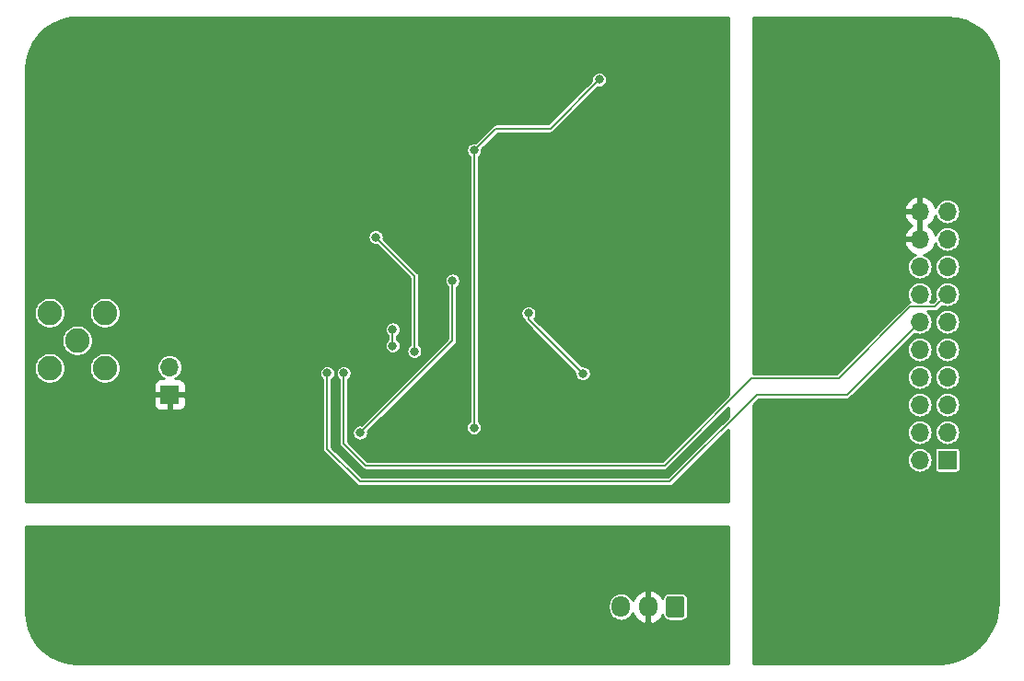
<source format=gbr>
G04 #@! TF.GenerationSoftware,KiCad,Pcbnew,5.1.4-e60b266~84~ubuntu18.04.1*
G04 #@! TF.CreationDate,2019-09-09T22:31:15+02:00*
G04 #@! TF.ProjectId,Frontend_test,46726f6e-7465-46e6-945f-746573742e6b,rev?*
G04 #@! TF.SameCoordinates,Original*
G04 #@! TF.FileFunction,Copper,L2,Bot*
G04 #@! TF.FilePolarity,Positive*
%FSLAX46Y46*%
G04 Gerber Fmt 4.6, Leading zero omitted, Abs format (unit mm)*
G04 Created by KiCad (PCBNEW 5.1.4-e60b266~84~ubuntu18.04.1) date 2019-09-09 22:31:15*
%MOMM*%
%LPD*%
G04 APERTURE LIST*
%ADD10O,1.700000X1.700000*%
%ADD11R,1.700000X1.700000*%
%ADD12O,1.700000X1.950000*%
%ADD13C,0.150000*%
%ADD14C,1.700000*%
%ADD15C,2.250000*%
%ADD16C,0.800000*%
%ADD17C,0.200000*%
%ADD18C,0.254000*%
G04 APERTURE END LIST*
D10*
X192460000Y-98140000D03*
X195000000Y-98140000D03*
X192460000Y-100680000D03*
X195000000Y-100680000D03*
X192460000Y-103220000D03*
X195000000Y-103220000D03*
X192460000Y-105760000D03*
X195000000Y-105760000D03*
X192460000Y-108300000D03*
X195000000Y-108300000D03*
X192460000Y-110840000D03*
X195000000Y-110840000D03*
X192460000Y-113380000D03*
X195000000Y-113380000D03*
X192460000Y-115920000D03*
X195000000Y-115920000D03*
X192460000Y-118460000D03*
X195000000Y-118460000D03*
X192460000Y-121000000D03*
D11*
X195000000Y-121000000D03*
D12*
X165000000Y-134500000D03*
X167500000Y-134500000D03*
D13*
G36*
X170624504Y-133526204D02*
G01*
X170648773Y-133529804D01*
X170672571Y-133535765D01*
X170695671Y-133544030D01*
X170717849Y-133554520D01*
X170738893Y-133567133D01*
X170758598Y-133581747D01*
X170776777Y-133598223D01*
X170793253Y-133616402D01*
X170807867Y-133636107D01*
X170820480Y-133657151D01*
X170830970Y-133679329D01*
X170839235Y-133702429D01*
X170845196Y-133726227D01*
X170848796Y-133750496D01*
X170850000Y-133775000D01*
X170850000Y-135225000D01*
X170848796Y-135249504D01*
X170845196Y-135273773D01*
X170839235Y-135297571D01*
X170830970Y-135320671D01*
X170820480Y-135342849D01*
X170807867Y-135363893D01*
X170793253Y-135383598D01*
X170776777Y-135401777D01*
X170758598Y-135418253D01*
X170738893Y-135432867D01*
X170717849Y-135445480D01*
X170695671Y-135455970D01*
X170672571Y-135464235D01*
X170648773Y-135470196D01*
X170624504Y-135473796D01*
X170600000Y-135475000D01*
X169400000Y-135475000D01*
X169375496Y-135473796D01*
X169351227Y-135470196D01*
X169327429Y-135464235D01*
X169304329Y-135455970D01*
X169282151Y-135445480D01*
X169261107Y-135432867D01*
X169241402Y-135418253D01*
X169223223Y-135401777D01*
X169206747Y-135383598D01*
X169192133Y-135363893D01*
X169179520Y-135342849D01*
X169169030Y-135320671D01*
X169160765Y-135297571D01*
X169154804Y-135273773D01*
X169151204Y-135249504D01*
X169150000Y-135225000D01*
X169150000Y-133775000D01*
X169151204Y-133750496D01*
X169154804Y-133726227D01*
X169160765Y-133702429D01*
X169169030Y-133679329D01*
X169179520Y-133657151D01*
X169192133Y-133636107D01*
X169206747Y-133616402D01*
X169223223Y-133598223D01*
X169241402Y-133581747D01*
X169261107Y-133567133D01*
X169282151Y-133554520D01*
X169304329Y-133544030D01*
X169327429Y-133535765D01*
X169351227Y-133529804D01*
X169375496Y-133526204D01*
X169400000Y-133525000D01*
X170600000Y-133525000D01*
X170624504Y-133526204D01*
X170624504Y-133526204D01*
G37*
D14*
X170000000Y-134500000D03*
D10*
X123500000Y-112460000D03*
D11*
X123500000Y-115000000D03*
D15*
X117540000Y-112540000D03*
X112460000Y-112540000D03*
X112460000Y-107460000D03*
X117540000Y-107460000D03*
X115000000Y-110000000D03*
D16*
X150000000Y-113500000D03*
X148000000Y-106500000D03*
X139500000Y-105500000D03*
X141500000Y-101500000D03*
X149500000Y-98500000D03*
X156000000Y-102000000D03*
X162500000Y-102000000D03*
X154000000Y-110000000D03*
X161000000Y-110000000D03*
X167000000Y-110000000D03*
X169000000Y-110000000D03*
X132500000Y-109500000D03*
X128500000Y-114500000D03*
X120500000Y-111000000D03*
X124000000Y-106500000D03*
X165500000Y-117000000D03*
X156000000Y-94000000D03*
X148000000Y-94500000D03*
X164000000Y-96000000D03*
X173000000Y-98500000D03*
X160000000Y-134500000D03*
X152000000Y-134500000D03*
X139500000Y-136000000D03*
X159500000Y-128500000D03*
X134500000Y-129500000D03*
X188500000Y-120000000D03*
X183500000Y-112000000D03*
X185500000Y-105000000D03*
X189500000Y-102000000D03*
X181000000Y-97500000D03*
X182500000Y-126500000D03*
X195500000Y-126000000D03*
X146500000Y-116000000D03*
X144000000Y-118500000D03*
X155500000Y-118500000D03*
X165500000Y-120000000D03*
X173990000Y-121920000D03*
X172720000Y-121920000D03*
X173990000Y-129540000D03*
X172720000Y-129540000D03*
X177800000Y-127000000D03*
X179070000Y-127000000D03*
X179070000Y-124460000D03*
X177800000Y-124460000D03*
X170180000Y-124460000D03*
X162560000Y-124460000D03*
X157480000Y-124460000D03*
X137160000Y-123190000D03*
X132080000Y-119380000D03*
X144780000Y-86360000D03*
X148590000Y-88900000D03*
X168910000Y-83820000D03*
X151475000Y-118025000D03*
X163000000Y-86000000D03*
X151500000Y-92500000D03*
X141012500Y-118487500D03*
X149500000Y-104500000D03*
X142450000Y-100500000D03*
X146000000Y-111000000D03*
X161500000Y-113050000D03*
X156500000Y-107500000D03*
X144000000Y-110500000D03*
X144000000Y-109000000D03*
X138000000Y-113000000D03*
X139500000Y-113000000D03*
D17*
X151475000Y-118025000D02*
X151475000Y-92525000D01*
X151475000Y-92525000D02*
X151500000Y-92500000D01*
X153500000Y-90500000D02*
X158500000Y-90500000D01*
X158500000Y-90500000D02*
X163000000Y-86000000D01*
X151500000Y-92500000D02*
X153500000Y-90500000D01*
X141012500Y-118487500D02*
X149500000Y-110000000D01*
X149500000Y-110000000D02*
X149500000Y-104500000D01*
X142450000Y-100500000D02*
X146000000Y-104050000D01*
X146000000Y-104050000D02*
X146000000Y-111000000D01*
X161500000Y-113050000D02*
X156500000Y-108050000D01*
X156500000Y-108050000D02*
X156500000Y-107500000D01*
X144000000Y-110500000D02*
X144000000Y-109000000D01*
X185760000Y-115000000D02*
X192460000Y-108300000D01*
X177500000Y-115000000D02*
X185760000Y-115000000D01*
X141000000Y-123000000D02*
X169500000Y-123000000D01*
X138000000Y-120000000D02*
X141000000Y-123000000D01*
X138000000Y-113000000D02*
X138000000Y-120000000D01*
X169500000Y-123000000D02*
X177500000Y-115000000D01*
X193849999Y-106910001D02*
X195000000Y-105760000D01*
X191589999Y-106910001D02*
X193849999Y-106910001D01*
X185000000Y-113500000D02*
X191589999Y-106910001D01*
X177000000Y-113500000D02*
X185000000Y-113500000D01*
X141500000Y-121500000D02*
X169000000Y-121500000D01*
X139500000Y-119500000D02*
X141500000Y-121500000D01*
X139500000Y-113000000D02*
X139500000Y-119500000D01*
X169000000Y-121500000D02*
X177000000Y-113500000D01*
D18*
G36*
X174873000Y-115023131D02*
G01*
X168823132Y-121073000D01*
X141676869Y-121073000D01*
X139927000Y-119323132D01*
X139927000Y-118415897D01*
X140285500Y-118415897D01*
X140285500Y-118559103D01*
X140313438Y-118699558D01*
X140368241Y-118831864D01*
X140447802Y-118950936D01*
X140549064Y-119052198D01*
X140668136Y-119131759D01*
X140800442Y-119186562D01*
X140940897Y-119214500D01*
X141084103Y-119214500D01*
X141224558Y-119186562D01*
X141356864Y-119131759D01*
X141475936Y-119052198D01*
X141577198Y-118950936D01*
X141656759Y-118831864D01*
X141711562Y-118699558D01*
X141739500Y-118559103D01*
X141739500Y-118415897D01*
X141730951Y-118372917D01*
X142150471Y-117953397D01*
X150748000Y-117953397D01*
X150748000Y-118096603D01*
X150775938Y-118237058D01*
X150830741Y-118369364D01*
X150910302Y-118488436D01*
X151011564Y-118589698D01*
X151130636Y-118669259D01*
X151262942Y-118724062D01*
X151403397Y-118752000D01*
X151546603Y-118752000D01*
X151687058Y-118724062D01*
X151819364Y-118669259D01*
X151938436Y-118589698D01*
X152039698Y-118488436D01*
X152119259Y-118369364D01*
X152174062Y-118237058D01*
X152202000Y-118096603D01*
X152202000Y-117953397D01*
X152174062Y-117812942D01*
X152119259Y-117680636D01*
X152039698Y-117561564D01*
X151938436Y-117460302D01*
X151902000Y-117435956D01*
X151902000Y-107428397D01*
X155773000Y-107428397D01*
X155773000Y-107571603D01*
X155800938Y-107712058D01*
X155855741Y-107844364D01*
X155935302Y-107963436D01*
X156036564Y-108064698D01*
X156074905Y-108090316D01*
X156079178Y-108133706D01*
X156103595Y-108214195D01*
X156122052Y-108248726D01*
X156143245Y-108288376D01*
X156183232Y-108337100D01*
X156196605Y-108353395D01*
X156212900Y-108366768D01*
X160781549Y-112935418D01*
X160773000Y-112978397D01*
X160773000Y-113121603D01*
X160800938Y-113262058D01*
X160855741Y-113394364D01*
X160935302Y-113513436D01*
X161036564Y-113614698D01*
X161155636Y-113694259D01*
X161287942Y-113749062D01*
X161428397Y-113777000D01*
X161571603Y-113777000D01*
X161712058Y-113749062D01*
X161844364Y-113694259D01*
X161963436Y-113614698D01*
X162064698Y-113513436D01*
X162144259Y-113394364D01*
X162199062Y-113262058D01*
X162227000Y-113121603D01*
X162227000Y-112978397D01*
X162199062Y-112837942D01*
X162144259Y-112705636D01*
X162064698Y-112586564D01*
X161963436Y-112485302D01*
X161844364Y-112405741D01*
X161712058Y-112350938D01*
X161571603Y-112323000D01*
X161428397Y-112323000D01*
X161385418Y-112331549D01*
X157041001Y-107987133D01*
X157064698Y-107963436D01*
X157144259Y-107844364D01*
X157199062Y-107712058D01*
X157227000Y-107571603D01*
X157227000Y-107428397D01*
X157199062Y-107287942D01*
X157144259Y-107155636D01*
X157064698Y-107036564D01*
X156963436Y-106935302D01*
X156844364Y-106855741D01*
X156712058Y-106800938D01*
X156571603Y-106773000D01*
X156428397Y-106773000D01*
X156287942Y-106800938D01*
X156155636Y-106855741D01*
X156036564Y-106935302D01*
X155935302Y-107036564D01*
X155855741Y-107155636D01*
X155800938Y-107287942D01*
X155773000Y-107428397D01*
X151902000Y-107428397D01*
X151902000Y-93105748D01*
X151963436Y-93064698D01*
X152064698Y-92963436D01*
X152144259Y-92844364D01*
X152199062Y-92712058D01*
X152227000Y-92571603D01*
X152227000Y-92428397D01*
X152218451Y-92385417D01*
X153676869Y-90927000D01*
X158479033Y-90927000D01*
X158500000Y-90929065D01*
X158520967Y-90927000D01*
X158520978Y-90927000D01*
X158583707Y-90920822D01*
X158664196Y-90896405D01*
X158738376Y-90856755D01*
X158803395Y-90803395D01*
X158816768Y-90787100D01*
X162885418Y-86718451D01*
X162928397Y-86727000D01*
X163071603Y-86727000D01*
X163212058Y-86699062D01*
X163344364Y-86644259D01*
X163463436Y-86564698D01*
X163564698Y-86463436D01*
X163644259Y-86344364D01*
X163699062Y-86212058D01*
X163727000Y-86071603D01*
X163727000Y-85928397D01*
X163699062Y-85787942D01*
X163644259Y-85655636D01*
X163564698Y-85536564D01*
X163463436Y-85435302D01*
X163344364Y-85355741D01*
X163212058Y-85300938D01*
X163071603Y-85273000D01*
X162928397Y-85273000D01*
X162787942Y-85300938D01*
X162655636Y-85355741D01*
X162536564Y-85435302D01*
X162435302Y-85536564D01*
X162355741Y-85655636D01*
X162300938Y-85787942D01*
X162273000Y-85928397D01*
X162273000Y-86071603D01*
X162281549Y-86114582D01*
X158323132Y-90073000D01*
X153520966Y-90073000D01*
X153499999Y-90070935D01*
X153479032Y-90073000D01*
X153479022Y-90073000D01*
X153416293Y-90079178D01*
X153335804Y-90103595D01*
X153301273Y-90122052D01*
X153261623Y-90143245D01*
X153212899Y-90183232D01*
X153212895Y-90183236D01*
X153196605Y-90196605D01*
X153183236Y-90212895D01*
X151614583Y-91781549D01*
X151571603Y-91773000D01*
X151428397Y-91773000D01*
X151287942Y-91800938D01*
X151155636Y-91855741D01*
X151036564Y-91935302D01*
X150935302Y-92036564D01*
X150855741Y-92155636D01*
X150800938Y-92287942D01*
X150773000Y-92428397D01*
X150773000Y-92571603D01*
X150800938Y-92712058D01*
X150855741Y-92844364D01*
X150935302Y-92963436D01*
X151036564Y-93064698D01*
X151048001Y-93072340D01*
X151048000Y-117435956D01*
X151011564Y-117460302D01*
X150910302Y-117561564D01*
X150830741Y-117680636D01*
X150775938Y-117812942D01*
X150748000Y-117953397D01*
X142150471Y-117953397D01*
X149787107Y-110316762D01*
X149803395Y-110303395D01*
X149816764Y-110287105D01*
X149816768Y-110287101D01*
X149856756Y-110238377D01*
X149896405Y-110164197D01*
X149902832Y-110143010D01*
X149920822Y-110083707D01*
X149927000Y-110020978D01*
X149927000Y-110020967D01*
X149929065Y-110000000D01*
X149927000Y-109979033D01*
X149927000Y-105089044D01*
X149963436Y-105064698D01*
X150064698Y-104963436D01*
X150144259Y-104844364D01*
X150199062Y-104712058D01*
X150227000Y-104571603D01*
X150227000Y-104428397D01*
X150199062Y-104287942D01*
X150144259Y-104155636D01*
X150064698Y-104036564D01*
X149963436Y-103935302D01*
X149844364Y-103855741D01*
X149712058Y-103800938D01*
X149571603Y-103773000D01*
X149428397Y-103773000D01*
X149287942Y-103800938D01*
X149155636Y-103855741D01*
X149036564Y-103935302D01*
X148935302Y-104036564D01*
X148855741Y-104155636D01*
X148800938Y-104287942D01*
X148773000Y-104428397D01*
X148773000Y-104571603D01*
X148800938Y-104712058D01*
X148855741Y-104844364D01*
X148935302Y-104963436D01*
X149036564Y-105064698D01*
X149073001Y-105089044D01*
X149073000Y-109823131D01*
X141127083Y-117769049D01*
X141084103Y-117760500D01*
X140940897Y-117760500D01*
X140800442Y-117788438D01*
X140668136Y-117843241D01*
X140549064Y-117922802D01*
X140447802Y-118024064D01*
X140368241Y-118143136D01*
X140313438Y-118275442D01*
X140285500Y-118415897D01*
X139927000Y-118415897D01*
X139927000Y-113589044D01*
X139963436Y-113564698D01*
X140064698Y-113463436D01*
X140144259Y-113344364D01*
X140199062Y-113212058D01*
X140227000Y-113071603D01*
X140227000Y-112928397D01*
X140199062Y-112787942D01*
X140144259Y-112655636D01*
X140064698Y-112536564D01*
X139963436Y-112435302D01*
X139844364Y-112355741D01*
X139712058Y-112300938D01*
X139571603Y-112273000D01*
X139428397Y-112273000D01*
X139287942Y-112300938D01*
X139155636Y-112355741D01*
X139036564Y-112435302D01*
X138935302Y-112536564D01*
X138855741Y-112655636D01*
X138800938Y-112787942D01*
X138773000Y-112928397D01*
X138773000Y-113071603D01*
X138800938Y-113212058D01*
X138855741Y-113344364D01*
X138935302Y-113463436D01*
X139036564Y-113564698D01*
X139073000Y-113589044D01*
X139073001Y-119479023D01*
X139070935Y-119500000D01*
X139073001Y-119520977D01*
X139073001Y-119520978D01*
X139079179Y-119583707D01*
X139097240Y-119643245D01*
X139103596Y-119664196D01*
X139143245Y-119738376D01*
X139183232Y-119787100D01*
X139183237Y-119787105D01*
X139196606Y-119803395D01*
X139212896Y-119816764D01*
X141183236Y-121787105D01*
X141196605Y-121803395D01*
X141212895Y-121816764D01*
X141212899Y-121816768D01*
X141261623Y-121856755D01*
X141301273Y-121877948D01*
X141335804Y-121896405D01*
X141416293Y-121920822D01*
X141479022Y-121927000D01*
X141479032Y-121927000D01*
X141499999Y-121929065D01*
X141520966Y-121927000D01*
X168979033Y-121927000D01*
X169000000Y-121929065D01*
X169020967Y-121927000D01*
X169020978Y-121927000D01*
X169083707Y-121920822D01*
X169164196Y-121896405D01*
X169238376Y-121856755D01*
X169303395Y-121803395D01*
X169316768Y-121787100D01*
X174873000Y-116230869D01*
X174873000Y-117023131D01*
X169323132Y-122573000D01*
X141176869Y-122573000D01*
X138427000Y-119823132D01*
X138427000Y-113589044D01*
X138463436Y-113564698D01*
X138564698Y-113463436D01*
X138644259Y-113344364D01*
X138699062Y-113212058D01*
X138727000Y-113071603D01*
X138727000Y-112928397D01*
X138699062Y-112787942D01*
X138644259Y-112655636D01*
X138564698Y-112536564D01*
X138463436Y-112435302D01*
X138344364Y-112355741D01*
X138212058Y-112300938D01*
X138071603Y-112273000D01*
X137928397Y-112273000D01*
X137787942Y-112300938D01*
X137655636Y-112355741D01*
X137536564Y-112435302D01*
X137435302Y-112536564D01*
X137355741Y-112655636D01*
X137300938Y-112787942D01*
X137273000Y-112928397D01*
X137273000Y-113071603D01*
X137300938Y-113212058D01*
X137355741Y-113344364D01*
X137435302Y-113463436D01*
X137536564Y-113564698D01*
X137573000Y-113589044D01*
X137573001Y-119979023D01*
X137570935Y-120000000D01*
X137579179Y-120083706D01*
X137603596Y-120164196D01*
X137643245Y-120238376D01*
X137683232Y-120287100D01*
X137683237Y-120287105D01*
X137696606Y-120303395D01*
X137712896Y-120316764D01*
X140683236Y-123287105D01*
X140696605Y-123303395D01*
X140712895Y-123316764D01*
X140712899Y-123316768D01*
X140761623Y-123356756D01*
X140818538Y-123387176D01*
X140835804Y-123396405D01*
X140916293Y-123420822D01*
X140979022Y-123427000D01*
X140979033Y-123427000D01*
X141000000Y-123429065D01*
X141020967Y-123427000D01*
X169479033Y-123427000D01*
X169500000Y-123429065D01*
X169520967Y-123427000D01*
X169520978Y-123427000D01*
X169583707Y-123420822D01*
X169664196Y-123396405D01*
X169738376Y-123356755D01*
X169803395Y-123303395D01*
X169816768Y-123287100D01*
X174873000Y-118230869D01*
X174873000Y-124873000D01*
X110279000Y-124873000D01*
X110279000Y-115850000D01*
X122011928Y-115850000D01*
X122024188Y-115974482D01*
X122060498Y-116094180D01*
X122119463Y-116204494D01*
X122198815Y-116301185D01*
X122295506Y-116380537D01*
X122405820Y-116439502D01*
X122525518Y-116475812D01*
X122650000Y-116488072D01*
X123214250Y-116485000D01*
X123373000Y-116326250D01*
X123373000Y-115127000D01*
X123627000Y-115127000D01*
X123627000Y-116326250D01*
X123785750Y-116485000D01*
X124350000Y-116488072D01*
X124474482Y-116475812D01*
X124594180Y-116439502D01*
X124704494Y-116380537D01*
X124801185Y-116301185D01*
X124880537Y-116204494D01*
X124939502Y-116094180D01*
X124975812Y-115974482D01*
X124988072Y-115850000D01*
X124985000Y-115285750D01*
X124826250Y-115127000D01*
X123627000Y-115127000D01*
X123373000Y-115127000D01*
X122173750Y-115127000D01*
X122015000Y-115285750D01*
X122011928Y-115850000D01*
X110279000Y-115850000D01*
X110279000Y-114150000D01*
X122011928Y-114150000D01*
X122015000Y-114714250D01*
X122173750Y-114873000D01*
X123373000Y-114873000D01*
X123373000Y-114853000D01*
X123627000Y-114853000D01*
X123627000Y-114873000D01*
X124826250Y-114873000D01*
X124985000Y-114714250D01*
X124988072Y-114150000D01*
X124975812Y-114025518D01*
X124939502Y-113905820D01*
X124880537Y-113795506D01*
X124801185Y-113698815D01*
X124704494Y-113619463D01*
X124594180Y-113560498D01*
X124474482Y-113524188D01*
X124350000Y-113511928D01*
X124025509Y-113513695D01*
X124157070Y-113443374D01*
X124336291Y-113296291D01*
X124483374Y-113117070D01*
X124592667Y-112912597D01*
X124659969Y-112690732D01*
X124682694Y-112460000D01*
X124659969Y-112229268D01*
X124592667Y-112007403D01*
X124483374Y-111802930D01*
X124336291Y-111623709D01*
X124157070Y-111476626D01*
X123952597Y-111367333D01*
X123730732Y-111300031D01*
X123557812Y-111283000D01*
X123442188Y-111283000D01*
X123269268Y-111300031D01*
X123047403Y-111367333D01*
X122842930Y-111476626D01*
X122663709Y-111623709D01*
X122516626Y-111802930D01*
X122407333Y-112007403D01*
X122340031Y-112229268D01*
X122317306Y-112460000D01*
X122340031Y-112690732D01*
X122407333Y-112912597D01*
X122516626Y-113117070D01*
X122663709Y-113296291D01*
X122842930Y-113443374D01*
X122974491Y-113513695D01*
X122650000Y-113511928D01*
X122525518Y-113524188D01*
X122405820Y-113560498D01*
X122295506Y-113619463D01*
X122198815Y-113698815D01*
X122119463Y-113795506D01*
X122060498Y-113905820D01*
X122024188Y-114025518D01*
X122011928Y-114150000D01*
X110279000Y-114150000D01*
X110279000Y-112396990D01*
X111008000Y-112396990D01*
X111008000Y-112683010D01*
X111063799Y-112963533D01*
X111173254Y-113227780D01*
X111332158Y-113465596D01*
X111534404Y-113667842D01*
X111772220Y-113826746D01*
X112036467Y-113936201D01*
X112316990Y-113992000D01*
X112603010Y-113992000D01*
X112883533Y-113936201D01*
X113147780Y-113826746D01*
X113385596Y-113667842D01*
X113587842Y-113465596D01*
X113746746Y-113227780D01*
X113856201Y-112963533D01*
X113912000Y-112683010D01*
X113912000Y-112396990D01*
X116088000Y-112396990D01*
X116088000Y-112683010D01*
X116143799Y-112963533D01*
X116253254Y-113227780D01*
X116412158Y-113465596D01*
X116614404Y-113667842D01*
X116852220Y-113826746D01*
X117116467Y-113936201D01*
X117396990Y-113992000D01*
X117683010Y-113992000D01*
X117963533Y-113936201D01*
X118227780Y-113826746D01*
X118465596Y-113667842D01*
X118667842Y-113465596D01*
X118826746Y-113227780D01*
X118936201Y-112963533D01*
X118992000Y-112683010D01*
X118992000Y-112396990D01*
X118936201Y-112116467D01*
X118826746Y-111852220D01*
X118667842Y-111614404D01*
X118465596Y-111412158D01*
X118227780Y-111253254D01*
X117963533Y-111143799D01*
X117683010Y-111088000D01*
X117396990Y-111088000D01*
X117116467Y-111143799D01*
X116852220Y-111253254D01*
X116614404Y-111412158D01*
X116412158Y-111614404D01*
X116253254Y-111852220D01*
X116143799Y-112116467D01*
X116088000Y-112396990D01*
X113912000Y-112396990D01*
X113856201Y-112116467D01*
X113746746Y-111852220D01*
X113587842Y-111614404D01*
X113385596Y-111412158D01*
X113147780Y-111253254D01*
X112883533Y-111143799D01*
X112603010Y-111088000D01*
X112316990Y-111088000D01*
X112036467Y-111143799D01*
X111772220Y-111253254D01*
X111534404Y-111412158D01*
X111332158Y-111614404D01*
X111173254Y-111852220D01*
X111063799Y-112116467D01*
X111008000Y-112396990D01*
X110279000Y-112396990D01*
X110279000Y-109856990D01*
X113548000Y-109856990D01*
X113548000Y-110143010D01*
X113603799Y-110423533D01*
X113713254Y-110687780D01*
X113872158Y-110925596D01*
X114074404Y-111127842D01*
X114312220Y-111286746D01*
X114576467Y-111396201D01*
X114856990Y-111452000D01*
X115143010Y-111452000D01*
X115423533Y-111396201D01*
X115687780Y-111286746D01*
X115925596Y-111127842D01*
X116127842Y-110925596D01*
X116286746Y-110687780D01*
X116396201Y-110423533D01*
X116452000Y-110143010D01*
X116452000Y-109856990D01*
X116396201Y-109576467D01*
X116286746Y-109312220D01*
X116127842Y-109074404D01*
X115981835Y-108928397D01*
X143273000Y-108928397D01*
X143273000Y-109071603D01*
X143300938Y-109212058D01*
X143355741Y-109344364D01*
X143435302Y-109463436D01*
X143536564Y-109564698D01*
X143573001Y-109589044D01*
X143573000Y-109910956D01*
X143536564Y-109935302D01*
X143435302Y-110036564D01*
X143355741Y-110155636D01*
X143300938Y-110287942D01*
X143273000Y-110428397D01*
X143273000Y-110571603D01*
X143300938Y-110712058D01*
X143355741Y-110844364D01*
X143435302Y-110963436D01*
X143536564Y-111064698D01*
X143655636Y-111144259D01*
X143787942Y-111199062D01*
X143928397Y-111227000D01*
X144071603Y-111227000D01*
X144212058Y-111199062D01*
X144344364Y-111144259D01*
X144463436Y-111064698D01*
X144564698Y-110963436D01*
X144644259Y-110844364D01*
X144699062Y-110712058D01*
X144727000Y-110571603D01*
X144727000Y-110428397D01*
X144699062Y-110287942D01*
X144644259Y-110155636D01*
X144564698Y-110036564D01*
X144463436Y-109935302D01*
X144427000Y-109910956D01*
X144427000Y-109589044D01*
X144463436Y-109564698D01*
X144564698Y-109463436D01*
X144644259Y-109344364D01*
X144699062Y-109212058D01*
X144727000Y-109071603D01*
X144727000Y-108928397D01*
X144699062Y-108787942D01*
X144644259Y-108655636D01*
X144564698Y-108536564D01*
X144463436Y-108435302D01*
X144344364Y-108355741D01*
X144212058Y-108300938D01*
X144071603Y-108273000D01*
X143928397Y-108273000D01*
X143787942Y-108300938D01*
X143655636Y-108355741D01*
X143536564Y-108435302D01*
X143435302Y-108536564D01*
X143355741Y-108655636D01*
X143300938Y-108787942D01*
X143273000Y-108928397D01*
X115981835Y-108928397D01*
X115925596Y-108872158D01*
X115687780Y-108713254D01*
X115423533Y-108603799D01*
X115143010Y-108548000D01*
X114856990Y-108548000D01*
X114576467Y-108603799D01*
X114312220Y-108713254D01*
X114074404Y-108872158D01*
X113872158Y-109074404D01*
X113713254Y-109312220D01*
X113603799Y-109576467D01*
X113548000Y-109856990D01*
X110279000Y-109856990D01*
X110279000Y-107316990D01*
X111008000Y-107316990D01*
X111008000Y-107603010D01*
X111063799Y-107883533D01*
X111173254Y-108147780D01*
X111332158Y-108385596D01*
X111534404Y-108587842D01*
X111772220Y-108746746D01*
X112036467Y-108856201D01*
X112316990Y-108912000D01*
X112603010Y-108912000D01*
X112883533Y-108856201D01*
X113147780Y-108746746D01*
X113385596Y-108587842D01*
X113587842Y-108385596D01*
X113746746Y-108147780D01*
X113856201Y-107883533D01*
X113912000Y-107603010D01*
X113912000Y-107316990D01*
X116088000Y-107316990D01*
X116088000Y-107603010D01*
X116143799Y-107883533D01*
X116253254Y-108147780D01*
X116412158Y-108385596D01*
X116614404Y-108587842D01*
X116852220Y-108746746D01*
X117116467Y-108856201D01*
X117396990Y-108912000D01*
X117683010Y-108912000D01*
X117963533Y-108856201D01*
X118227780Y-108746746D01*
X118465596Y-108587842D01*
X118667842Y-108385596D01*
X118826746Y-108147780D01*
X118936201Y-107883533D01*
X118992000Y-107603010D01*
X118992000Y-107316990D01*
X118936201Y-107036467D01*
X118826746Y-106772220D01*
X118667842Y-106534404D01*
X118465596Y-106332158D01*
X118227780Y-106173254D01*
X117963533Y-106063799D01*
X117683010Y-106008000D01*
X117396990Y-106008000D01*
X117116467Y-106063799D01*
X116852220Y-106173254D01*
X116614404Y-106332158D01*
X116412158Y-106534404D01*
X116253254Y-106772220D01*
X116143799Y-107036467D01*
X116088000Y-107316990D01*
X113912000Y-107316990D01*
X113856201Y-107036467D01*
X113746746Y-106772220D01*
X113587842Y-106534404D01*
X113385596Y-106332158D01*
X113147780Y-106173254D01*
X112883533Y-106063799D01*
X112603010Y-106008000D01*
X112316990Y-106008000D01*
X112036467Y-106063799D01*
X111772220Y-106173254D01*
X111534404Y-106332158D01*
X111332158Y-106534404D01*
X111173254Y-106772220D01*
X111063799Y-107036467D01*
X111008000Y-107316990D01*
X110279000Y-107316990D01*
X110279000Y-100428397D01*
X141723000Y-100428397D01*
X141723000Y-100571603D01*
X141750938Y-100712058D01*
X141805741Y-100844364D01*
X141885302Y-100963436D01*
X141986564Y-101064698D01*
X142105636Y-101144259D01*
X142237942Y-101199062D01*
X142378397Y-101227000D01*
X142521603Y-101227000D01*
X142564583Y-101218451D01*
X145573000Y-104226870D01*
X145573001Y-110410956D01*
X145536564Y-110435302D01*
X145435302Y-110536564D01*
X145355741Y-110655636D01*
X145300938Y-110787942D01*
X145273000Y-110928397D01*
X145273000Y-111071603D01*
X145300938Y-111212058D01*
X145355741Y-111344364D01*
X145435302Y-111463436D01*
X145536564Y-111564698D01*
X145655636Y-111644259D01*
X145787942Y-111699062D01*
X145928397Y-111727000D01*
X146071603Y-111727000D01*
X146212058Y-111699062D01*
X146344364Y-111644259D01*
X146463436Y-111564698D01*
X146564698Y-111463436D01*
X146644259Y-111344364D01*
X146699062Y-111212058D01*
X146727000Y-111071603D01*
X146727000Y-110928397D01*
X146699062Y-110787942D01*
X146644259Y-110655636D01*
X146564698Y-110536564D01*
X146463436Y-110435302D01*
X146427000Y-110410956D01*
X146427000Y-104070966D01*
X146429065Y-104049999D01*
X146427000Y-104029032D01*
X146427000Y-104029022D01*
X146420822Y-103966293D01*
X146396405Y-103885804D01*
X146356756Y-103811625D01*
X146356755Y-103811623D01*
X146316768Y-103762898D01*
X146316759Y-103762889D01*
X146303395Y-103746605D01*
X146287112Y-103733242D01*
X143168451Y-100614583D01*
X143177000Y-100571603D01*
X143177000Y-100428397D01*
X143149062Y-100287942D01*
X143094259Y-100155636D01*
X143014698Y-100036564D01*
X142913436Y-99935302D01*
X142794364Y-99855741D01*
X142662058Y-99800938D01*
X142521603Y-99773000D01*
X142378397Y-99773000D01*
X142237942Y-99800938D01*
X142105636Y-99855741D01*
X141986564Y-99935302D01*
X141885302Y-100036564D01*
X141805741Y-100155636D01*
X141750938Y-100287942D01*
X141723000Y-100428397D01*
X110279000Y-100428397D01*
X110279000Y-85012421D01*
X110354703Y-84164184D01*
X110576130Y-83354780D01*
X110937392Y-82597379D01*
X111427065Y-81915927D01*
X112029674Y-81331958D01*
X112726177Y-80863928D01*
X113494548Y-80526636D01*
X114312649Y-80330227D01*
X115010234Y-80279000D01*
X174873000Y-80279000D01*
X174873000Y-115023131D01*
X174873000Y-115023131D01*
G37*
X174873000Y-115023131D02*
X168823132Y-121073000D01*
X141676869Y-121073000D01*
X139927000Y-119323132D01*
X139927000Y-118415897D01*
X140285500Y-118415897D01*
X140285500Y-118559103D01*
X140313438Y-118699558D01*
X140368241Y-118831864D01*
X140447802Y-118950936D01*
X140549064Y-119052198D01*
X140668136Y-119131759D01*
X140800442Y-119186562D01*
X140940897Y-119214500D01*
X141084103Y-119214500D01*
X141224558Y-119186562D01*
X141356864Y-119131759D01*
X141475936Y-119052198D01*
X141577198Y-118950936D01*
X141656759Y-118831864D01*
X141711562Y-118699558D01*
X141739500Y-118559103D01*
X141739500Y-118415897D01*
X141730951Y-118372917D01*
X142150471Y-117953397D01*
X150748000Y-117953397D01*
X150748000Y-118096603D01*
X150775938Y-118237058D01*
X150830741Y-118369364D01*
X150910302Y-118488436D01*
X151011564Y-118589698D01*
X151130636Y-118669259D01*
X151262942Y-118724062D01*
X151403397Y-118752000D01*
X151546603Y-118752000D01*
X151687058Y-118724062D01*
X151819364Y-118669259D01*
X151938436Y-118589698D01*
X152039698Y-118488436D01*
X152119259Y-118369364D01*
X152174062Y-118237058D01*
X152202000Y-118096603D01*
X152202000Y-117953397D01*
X152174062Y-117812942D01*
X152119259Y-117680636D01*
X152039698Y-117561564D01*
X151938436Y-117460302D01*
X151902000Y-117435956D01*
X151902000Y-107428397D01*
X155773000Y-107428397D01*
X155773000Y-107571603D01*
X155800938Y-107712058D01*
X155855741Y-107844364D01*
X155935302Y-107963436D01*
X156036564Y-108064698D01*
X156074905Y-108090316D01*
X156079178Y-108133706D01*
X156103595Y-108214195D01*
X156122052Y-108248726D01*
X156143245Y-108288376D01*
X156183232Y-108337100D01*
X156196605Y-108353395D01*
X156212900Y-108366768D01*
X160781549Y-112935418D01*
X160773000Y-112978397D01*
X160773000Y-113121603D01*
X160800938Y-113262058D01*
X160855741Y-113394364D01*
X160935302Y-113513436D01*
X161036564Y-113614698D01*
X161155636Y-113694259D01*
X161287942Y-113749062D01*
X161428397Y-113777000D01*
X161571603Y-113777000D01*
X161712058Y-113749062D01*
X161844364Y-113694259D01*
X161963436Y-113614698D01*
X162064698Y-113513436D01*
X162144259Y-113394364D01*
X162199062Y-113262058D01*
X162227000Y-113121603D01*
X162227000Y-112978397D01*
X162199062Y-112837942D01*
X162144259Y-112705636D01*
X162064698Y-112586564D01*
X161963436Y-112485302D01*
X161844364Y-112405741D01*
X161712058Y-112350938D01*
X161571603Y-112323000D01*
X161428397Y-112323000D01*
X161385418Y-112331549D01*
X157041001Y-107987133D01*
X157064698Y-107963436D01*
X157144259Y-107844364D01*
X157199062Y-107712058D01*
X157227000Y-107571603D01*
X157227000Y-107428397D01*
X157199062Y-107287942D01*
X157144259Y-107155636D01*
X157064698Y-107036564D01*
X156963436Y-106935302D01*
X156844364Y-106855741D01*
X156712058Y-106800938D01*
X156571603Y-106773000D01*
X156428397Y-106773000D01*
X156287942Y-106800938D01*
X156155636Y-106855741D01*
X156036564Y-106935302D01*
X155935302Y-107036564D01*
X155855741Y-107155636D01*
X155800938Y-107287942D01*
X155773000Y-107428397D01*
X151902000Y-107428397D01*
X151902000Y-93105748D01*
X151963436Y-93064698D01*
X152064698Y-92963436D01*
X152144259Y-92844364D01*
X152199062Y-92712058D01*
X152227000Y-92571603D01*
X152227000Y-92428397D01*
X152218451Y-92385417D01*
X153676869Y-90927000D01*
X158479033Y-90927000D01*
X158500000Y-90929065D01*
X158520967Y-90927000D01*
X158520978Y-90927000D01*
X158583707Y-90920822D01*
X158664196Y-90896405D01*
X158738376Y-90856755D01*
X158803395Y-90803395D01*
X158816768Y-90787100D01*
X162885418Y-86718451D01*
X162928397Y-86727000D01*
X163071603Y-86727000D01*
X163212058Y-86699062D01*
X163344364Y-86644259D01*
X163463436Y-86564698D01*
X163564698Y-86463436D01*
X163644259Y-86344364D01*
X163699062Y-86212058D01*
X163727000Y-86071603D01*
X163727000Y-85928397D01*
X163699062Y-85787942D01*
X163644259Y-85655636D01*
X163564698Y-85536564D01*
X163463436Y-85435302D01*
X163344364Y-85355741D01*
X163212058Y-85300938D01*
X163071603Y-85273000D01*
X162928397Y-85273000D01*
X162787942Y-85300938D01*
X162655636Y-85355741D01*
X162536564Y-85435302D01*
X162435302Y-85536564D01*
X162355741Y-85655636D01*
X162300938Y-85787942D01*
X162273000Y-85928397D01*
X162273000Y-86071603D01*
X162281549Y-86114582D01*
X158323132Y-90073000D01*
X153520966Y-90073000D01*
X153499999Y-90070935D01*
X153479032Y-90073000D01*
X153479022Y-90073000D01*
X153416293Y-90079178D01*
X153335804Y-90103595D01*
X153301273Y-90122052D01*
X153261623Y-90143245D01*
X153212899Y-90183232D01*
X153212895Y-90183236D01*
X153196605Y-90196605D01*
X153183236Y-90212895D01*
X151614583Y-91781549D01*
X151571603Y-91773000D01*
X151428397Y-91773000D01*
X151287942Y-91800938D01*
X151155636Y-91855741D01*
X151036564Y-91935302D01*
X150935302Y-92036564D01*
X150855741Y-92155636D01*
X150800938Y-92287942D01*
X150773000Y-92428397D01*
X150773000Y-92571603D01*
X150800938Y-92712058D01*
X150855741Y-92844364D01*
X150935302Y-92963436D01*
X151036564Y-93064698D01*
X151048001Y-93072340D01*
X151048000Y-117435956D01*
X151011564Y-117460302D01*
X150910302Y-117561564D01*
X150830741Y-117680636D01*
X150775938Y-117812942D01*
X150748000Y-117953397D01*
X142150471Y-117953397D01*
X149787107Y-110316762D01*
X149803395Y-110303395D01*
X149816764Y-110287105D01*
X149816768Y-110287101D01*
X149856756Y-110238377D01*
X149896405Y-110164197D01*
X149902832Y-110143010D01*
X149920822Y-110083707D01*
X149927000Y-110020978D01*
X149927000Y-110020967D01*
X149929065Y-110000000D01*
X149927000Y-109979033D01*
X149927000Y-105089044D01*
X149963436Y-105064698D01*
X150064698Y-104963436D01*
X150144259Y-104844364D01*
X150199062Y-104712058D01*
X150227000Y-104571603D01*
X150227000Y-104428397D01*
X150199062Y-104287942D01*
X150144259Y-104155636D01*
X150064698Y-104036564D01*
X149963436Y-103935302D01*
X149844364Y-103855741D01*
X149712058Y-103800938D01*
X149571603Y-103773000D01*
X149428397Y-103773000D01*
X149287942Y-103800938D01*
X149155636Y-103855741D01*
X149036564Y-103935302D01*
X148935302Y-104036564D01*
X148855741Y-104155636D01*
X148800938Y-104287942D01*
X148773000Y-104428397D01*
X148773000Y-104571603D01*
X148800938Y-104712058D01*
X148855741Y-104844364D01*
X148935302Y-104963436D01*
X149036564Y-105064698D01*
X149073001Y-105089044D01*
X149073000Y-109823131D01*
X141127083Y-117769049D01*
X141084103Y-117760500D01*
X140940897Y-117760500D01*
X140800442Y-117788438D01*
X140668136Y-117843241D01*
X140549064Y-117922802D01*
X140447802Y-118024064D01*
X140368241Y-118143136D01*
X140313438Y-118275442D01*
X140285500Y-118415897D01*
X139927000Y-118415897D01*
X139927000Y-113589044D01*
X139963436Y-113564698D01*
X140064698Y-113463436D01*
X140144259Y-113344364D01*
X140199062Y-113212058D01*
X140227000Y-113071603D01*
X140227000Y-112928397D01*
X140199062Y-112787942D01*
X140144259Y-112655636D01*
X140064698Y-112536564D01*
X139963436Y-112435302D01*
X139844364Y-112355741D01*
X139712058Y-112300938D01*
X139571603Y-112273000D01*
X139428397Y-112273000D01*
X139287942Y-112300938D01*
X139155636Y-112355741D01*
X139036564Y-112435302D01*
X138935302Y-112536564D01*
X138855741Y-112655636D01*
X138800938Y-112787942D01*
X138773000Y-112928397D01*
X138773000Y-113071603D01*
X138800938Y-113212058D01*
X138855741Y-113344364D01*
X138935302Y-113463436D01*
X139036564Y-113564698D01*
X139073000Y-113589044D01*
X139073001Y-119479023D01*
X139070935Y-119500000D01*
X139073001Y-119520977D01*
X139073001Y-119520978D01*
X139079179Y-119583707D01*
X139097240Y-119643245D01*
X139103596Y-119664196D01*
X139143245Y-119738376D01*
X139183232Y-119787100D01*
X139183237Y-119787105D01*
X139196606Y-119803395D01*
X139212896Y-119816764D01*
X141183236Y-121787105D01*
X141196605Y-121803395D01*
X141212895Y-121816764D01*
X141212899Y-121816768D01*
X141261623Y-121856755D01*
X141301273Y-121877948D01*
X141335804Y-121896405D01*
X141416293Y-121920822D01*
X141479022Y-121927000D01*
X141479032Y-121927000D01*
X141499999Y-121929065D01*
X141520966Y-121927000D01*
X168979033Y-121927000D01*
X169000000Y-121929065D01*
X169020967Y-121927000D01*
X169020978Y-121927000D01*
X169083707Y-121920822D01*
X169164196Y-121896405D01*
X169238376Y-121856755D01*
X169303395Y-121803395D01*
X169316768Y-121787100D01*
X174873000Y-116230869D01*
X174873000Y-117023131D01*
X169323132Y-122573000D01*
X141176869Y-122573000D01*
X138427000Y-119823132D01*
X138427000Y-113589044D01*
X138463436Y-113564698D01*
X138564698Y-113463436D01*
X138644259Y-113344364D01*
X138699062Y-113212058D01*
X138727000Y-113071603D01*
X138727000Y-112928397D01*
X138699062Y-112787942D01*
X138644259Y-112655636D01*
X138564698Y-112536564D01*
X138463436Y-112435302D01*
X138344364Y-112355741D01*
X138212058Y-112300938D01*
X138071603Y-112273000D01*
X137928397Y-112273000D01*
X137787942Y-112300938D01*
X137655636Y-112355741D01*
X137536564Y-112435302D01*
X137435302Y-112536564D01*
X137355741Y-112655636D01*
X137300938Y-112787942D01*
X137273000Y-112928397D01*
X137273000Y-113071603D01*
X137300938Y-113212058D01*
X137355741Y-113344364D01*
X137435302Y-113463436D01*
X137536564Y-113564698D01*
X137573000Y-113589044D01*
X137573001Y-119979023D01*
X137570935Y-120000000D01*
X137579179Y-120083706D01*
X137603596Y-120164196D01*
X137643245Y-120238376D01*
X137683232Y-120287100D01*
X137683237Y-120287105D01*
X137696606Y-120303395D01*
X137712896Y-120316764D01*
X140683236Y-123287105D01*
X140696605Y-123303395D01*
X140712895Y-123316764D01*
X140712899Y-123316768D01*
X140761623Y-123356756D01*
X140818538Y-123387176D01*
X140835804Y-123396405D01*
X140916293Y-123420822D01*
X140979022Y-123427000D01*
X140979033Y-123427000D01*
X141000000Y-123429065D01*
X141020967Y-123427000D01*
X169479033Y-123427000D01*
X169500000Y-123429065D01*
X169520967Y-123427000D01*
X169520978Y-123427000D01*
X169583707Y-123420822D01*
X169664196Y-123396405D01*
X169738376Y-123356755D01*
X169803395Y-123303395D01*
X169816768Y-123287100D01*
X174873000Y-118230869D01*
X174873000Y-124873000D01*
X110279000Y-124873000D01*
X110279000Y-115850000D01*
X122011928Y-115850000D01*
X122024188Y-115974482D01*
X122060498Y-116094180D01*
X122119463Y-116204494D01*
X122198815Y-116301185D01*
X122295506Y-116380537D01*
X122405820Y-116439502D01*
X122525518Y-116475812D01*
X122650000Y-116488072D01*
X123214250Y-116485000D01*
X123373000Y-116326250D01*
X123373000Y-115127000D01*
X123627000Y-115127000D01*
X123627000Y-116326250D01*
X123785750Y-116485000D01*
X124350000Y-116488072D01*
X124474482Y-116475812D01*
X124594180Y-116439502D01*
X124704494Y-116380537D01*
X124801185Y-116301185D01*
X124880537Y-116204494D01*
X124939502Y-116094180D01*
X124975812Y-115974482D01*
X124988072Y-115850000D01*
X124985000Y-115285750D01*
X124826250Y-115127000D01*
X123627000Y-115127000D01*
X123373000Y-115127000D01*
X122173750Y-115127000D01*
X122015000Y-115285750D01*
X122011928Y-115850000D01*
X110279000Y-115850000D01*
X110279000Y-114150000D01*
X122011928Y-114150000D01*
X122015000Y-114714250D01*
X122173750Y-114873000D01*
X123373000Y-114873000D01*
X123373000Y-114853000D01*
X123627000Y-114853000D01*
X123627000Y-114873000D01*
X124826250Y-114873000D01*
X124985000Y-114714250D01*
X124988072Y-114150000D01*
X124975812Y-114025518D01*
X124939502Y-113905820D01*
X124880537Y-113795506D01*
X124801185Y-113698815D01*
X124704494Y-113619463D01*
X124594180Y-113560498D01*
X124474482Y-113524188D01*
X124350000Y-113511928D01*
X124025509Y-113513695D01*
X124157070Y-113443374D01*
X124336291Y-113296291D01*
X124483374Y-113117070D01*
X124592667Y-112912597D01*
X124659969Y-112690732D01*
X124682694Y-112460000D01*
X124659969Y-112229268D01*
X124592667Y-112007403D01*
X124483374Y-111802930D01*
X124336291Y-111623709D01*
X124157070Y-111476626D01*
X123952597Y-111367333D01*
X123730732Y-111300031D01*
X123557812Y-111283000D01*
X123442188Y-111283000D01*
X123269268Y-111300031D01*
X123047403Y-111367333D01*
X122842930Y-111476626D01*
X122663709Y-111623709D01*
X122516626Y-111802930D01*
X122407333Y-112007403D01*
X122340031Y-112229268D01*
X122317306Y-112460000D01*
X122340031Y-112690732D01*
X122407333Y-112912597D01*
X122516626Y-113117070D01*
X122663709Y-113296291D01*
X122842930Y-113443374D01*
X122974491Y-113513695D01*
X122650000Y-113511928D01*
X122525518Y-113524188D01*
X122405820Y-113560498D01*
X122295506Y-113619463D01*
X122198815Y-113698815D01*
X122119463Y-113795506D01*
X122060498Y-113905820D01*
X122024188Y-114025518D01*
X122011928Y-114150000D01*
X110279000Y-114150000D01*
X110279000Y-112396990D01*
X111008000Y-112396990D01*
X111008000Y-112683010D01*
X111063799Y-112963533D01*
X111173254Y-113227780D01*
X111332158Y-113465596D01*
X111534404Y-113667842D01*
X111772220Y-113826746D01*
X112036467Y-113936201D01*
X112316990Y-113992000D01*
X112603010Y-113992000D01*
X112883533Y-113936201D01*
X113147780Y-113826746D01*
X113385596Y-113667842D01*
X113587842Y-113465596D01*
X113746746Y-113227780D01*
X113856201Y-112963533D01*
X113912000Y-112683010D01*
X113912000Y-112396990D01*
X116088000Y-112396990D01*
X116088000Y-112683010D01*
X116143799Y-112963533D01*
X116253254Y-113227780D01*
X116412158Y-113465596D01*
X116614404Y-113667842D01*
X116852220Y-113826746D01*
X117116467Y-113936201D01*
X117396990Y-113992000D01*
X117683010Y-113992000D01*
X117963533Y-113936201D01*
X118227780Y-113826746D01*
X118465596Y-113667842D01*
X118667842Y-113465596D01*
X118826746Y-113227780D01*
X118936201Y-112963533D01*
X118992000Y-112683010D01*
X118992000Y-112396990D01*
X118936201Y-112116467D01*
X118826746Y-111852220D01*
X118667842Y-111614404D01*
X118465596Y-111412158D01*
X118227780Y-111253254D01*
X117963533Y-111143799D01*
X117683010Y-111088000D01*
X117396990Y-111088000D01*
X117116467Y-111143799D01*
X116852220Y-111253254D01*
X116614404Y-111412158D01*
X116412158Y-111614404D01*
X116253254Y-111852220D01*
X116143799Y-112116467D01*
X116088000Y-112396990D01*
X113912000Y-112396990D01*
X113856201Y-112116467D01*
X113746746Y-111852220D01*
X113587842Y-111614404D01*
X113385596Y-111412158D01*
X113147780Y-111253254D01*
X112883533Y-111143799D01*
X112603010Y-111088000D01*
X112316990Y-111088000D01*
X112036467Y-111143799D01*
X111772220Y-111253254D01*
X111534404Y-111412158D01*
X111332158Y-111614404D01*
X111173254Y-111852220D01*
X111063799Y-112116467D01*
X111008000Y-112396990D01*
X110279000Y-112396990D01*
X110279000Y-109856990D01*
X113548000Y-109856990D01*
X113548000Y-110143010D01*
X113603799Y-110423533D01*
X113713254Y-110687780D01*
X113872158Y-110925596D01*
X114074404Y-111127842D01*
X114312220Y-111286746D01*
X114576467Y-111396201D01*
X114856990Y-111452000D01*
X115143010Y-111452000D01*
X115423533Y-111396201D01*
X115687780Y-111286746D01*
X115925596Y-111127842D01*
X116127842Y-110925596D01*
X116286746Y-110687780D01*
X116396201Y-110423533D01*
X116452000Y-110143010D01*
X116452000Y-109856990D01*
X116396201Y-109576467D01*
X116286746Y-109312220D01*
X116127842Y-109074404D01*
X115981835Y-108928397D01*
X143273000Y-108928397D01*
X143273000Y-109071603D01*
X143300938Y-109212058D01*
X143355741Y-109344364D01*
X143435302Y-109463436D01*
X143536564Y-109564698D01*
X143573001Y-109589044D01*
X143573000Y-109910956D01*
X143536564Y-109935302D01*
X143435302Y-110036564D01*
X143355741Y-110155636D01*
X143300938Y-110287942D01*
X143273000Y-110428397D01*
X143273000Y-110571603D01*
X143300938Y-110712058D01*
X143355741Y-110844364D01*
X143435302Y-110963436D01*
X143536564Y-111064698D01*
X143655636Y-111144259D01*
X143787942Y-111199062D01*
X143928397Y-111227000D01*
X144071603Y-111227000D01*
X144212058Y-111199062D01*
X144344364Y-111144259D01*
X144463436Y-111064698D01*
X144564698Y-110963436D01*
X144644259Y-110844364D01*
X144699062Y-110712058D01*
X144727000Y-110571603D01*
X144727000Y-110428397D01*
X144699062Y-110287942D01*
X144644259Y-110155636D01*
X144564698Y-110036564D01*
X144463436Y-109935302D01*
X144427000Y-109910956D01*
X144427000Y-109589044D01*
X144463436Y-109564698D01*
X144564698Y-109463436D01*
X144644259Y-109344364D01*
X144699062Y-109212058D01*
X144727000Y-109071603D01*
X144727000Y-108928397D01*
X144699062Y-108787942D01*
X144644259Y-108655636D01*
X144564698Y-108536564D01*
X144463436Y-108435302D01*
X144344364Y-108355741D01*
X144212058Y-108300938D01*
X144071603Y-108273000D01*
X143928397Y-108273000D01*
X143787942Y-108300938D01*
X143655636Y-108355741D01*
X143536564Y-108435302D01*
X143435302Y-108536564D01*
X143355741Y-108655636D01*
X143300938Y-108787942D01*
X143273000Y-108928397D01*
X115981835Y-108928397D01*
X115925596Y-108872158D01*
X115687780Y-108713254D01*
X115423533Y-108603799D01*
X115143010Y-108548000D01*
X114856990Y-108548000D01*
X114576467Y-108603799D01*
X114312220Y-108713254D01*
X114074404Y-108872158D01*
X113872158Y-109074404D01*
X113713254Y-109312220D01*
X113603799Y-109576467D01*
X113548000Y-109856990D01*
X110279000Y-109856990D01*
X110279000Y-107316990D01*
X111008000Y-107316990D01*
X111008000Y-107603010D01*
X111063799Y-107883533D01*
X111173254Y-108147780D01*
X111332158Y-108385596D01*
X111534404Y-108587842D01*
X111772220Y-108746746D01*
X112036467Y-108856201D01*
X112316990Y-108912000D01*
X112603010Y-108912000D01*
X112883533Y-108856201D01*
X113147780Y-108746746D01*
X113385596Y-108587842D01*
X113587842Y-108385596D01*
X113746746Y-108147780D01*
X113856201Y-107883533D01*
X113912000Y-107603010D01*
X113912000Y-107316990D01*
X116088000Y-107316990D01*
X116088000Y-107603010D01*
X116143799Y-107883533D01*
X116253254Y-108147780D01*
X116412158Y-108385596D01*
X116614404Y-108587842D01*
X116852220Y-108746746D01*
X117116467Y-108856201D01*
X117396990Y-108912000D01*
X117683010Y-108912000D01*
X117963533Y-108856201D01*
X118227780Y-108746746D01*
X118465596Y-108587842D01*
X118667842Y-108385596D01*
X118826746Y-108147780D01*
X118936201Y-107883533D01*
X118992000Y-107603010D01*
X118992000Y-107316990D01*
X118936201Y-107036467D01*
X118826746Y-106772220D01*
X118667842Y-106534404D01*
X118465596Y-106332158D01*
X118227780Y-106173254D01*
X117963533Y-106063799D01*
X117683010Y-106008000D01*
X117396990Y-106008000D01*
X117116467Y-106063799D01*
X116852220Y-106173254D01*
X116614404Y-106332158D01*
X116412158Y-106534404D01*
X116253254Y-106772220D01*
X116143799Y-107036467D01*
X116088000Y-107316990D01*
X113912000Y-107316990D01*
X113856201Y-107036467D01*
X113746746Y-106772220D01*
X113587842Y-106534404D01*
X113385596Y-106332158D01*
X113147780Y-106173254D01*
X112883533Y-106063799D01*
X112603010Y-106008000D01*
X112316990Y-106008000D01*
X112036467Y-106063799D01*
X111772220Y-106173254D01*
X111534404Y-106332158D01*
X111332158Y-106534404D01*
X111173254Y-106772220D01*
X111063799Y-107036467D01*
X111008000Y-107316990D01*
X110279000Y-107316990D01*
X110279000Y-100428397D01*
X141723000Y-100428397D01*
X141723000Y-100571603D01*
X141750938Y-100712058D01*
X141805741Y-100844364D01*
X141885302Y-100963436D01*
X141986564Y-101064698D01*
X142105636Y-101144259D01*
X142237942Y-101199062D01*
X142378397Y-101227000D01*
X142521603Y-101227000D01*
X142564583Y-101218451D01*
X145573000Y-104226870D01*
X145573001Y-110410956D01*
X145536564Y-110435302D01*
X145435302Y-110536564D01*
X145355741Y-110655636D01*
X145300938Y-110787942D01*
X145273000Y-110928397D01*
X145273000Y-111071603D01*
X145300938Y-111212058D01*
X145355741Y-111344364D01*
X145435302Y-111463436D01*
X145536564Y-111564698D01*
X145655636Y-111644259D01*
X145787942Y-111699062D01*
X145928397Y-111727000D01*
X146071603Y-111727000D01*
X146212058Y-111699062D01*
X146344364Y-111644259D01*
X146463436Y-111564698D01*
X146564698Y-111463436D01*
X146644259Y-111344364D01*
X146699062Y-111212058D01*
X146727000Y-111071603D01*
X146727000Y-110928397D01*
X146699062Y-110787942D01*
X146644259Y-110655636D01*
X146564698Y-110536564D01*
X146463436Y-110435302D01*
X146427000Y-110410956D01*
X146427000Y-104070966D01*
X146429065Y-104049999D01*
X146427000Y-104029032D01*
X146427000Y-104029022D01*
X146420822Y-103966293D01*
X146396405Y-103885804D01*
X146356756Y-103811625D01*
X146356755Y-103811623D01*
X146316768Y-103762898D01*
X146316759Y-103762889D01*
X146303395Y-103746605D01*
X146287112Y-103733242D01*
X143168451Y-100614583D01*
X143177000Y-100571603D01*
X143177000Y-100428397D01*
X143149062Y-100287942D01*
X143094259Y-100155636D01*
X143014698Y-100036564D01*
X142913436Y-99935302D01*
X142794364Y-99855741D01*
X142662058Y-99800938D01*
X142521603Y-99773000D01*
X142378397Y-99773000D01*
X142237942Y-99800938D01*
X142105636Y-99855741D01*
X141986564Y-99935302D01*
X141885302Y-100036564D01*
X141805741Y-100155636D01*
X141750938Y-100287942D01*
X141723000Y-100428397D01*
X110279000Y-100428397D01*
X110279000Y-85012421D01*
X110354703Y-84164184D01*
X110576130Y-83354780D01*
X110937392Y-82597379D01*
X111427065Y-81915927D01*
X112029674Y-81331958D01*
X112726177Y-80863928D01*
X113494548Y-80526636D01*
X114312649Y-80330227D01*
X115010234Y-80279000D01*
X174873000Y-80279000D01*
X174873000Y-115023131D01*
G36*
X174873000Y-139721000D02*
G01*
X115012420Y-139721000D01*
X114164183Y-139645297D01*
X113354773Y-139423867D01*
X112597379Y-139062608D01*
X111915927Y-138572935D01*
X111331958Y-137970326D01*
X110863928Y-137273823D01*
X110526635Y-136505450D01*
X110330227Y-135687353D01*
X110279000Y-134989767D01*
X110279000Y-134317188D01*
X163823000Y-134317188D01*
X163823000Y-134682811D01*
X163840031Y-134855731D01*
X163907333Y-135077596D01*
X164016626Y-135282069D01*
X164163709Y-135461291D01*
X164342930Y-135608374D01*
X164547403Y-135717667D01*
X164769268Y-135784969D01*
X165000000Y-135807694D01*
X165230731Y-135784969D01*
X165452596Y-135717667D01*
X165657069Y-135608374D01*
X165836291Y-135461291D01*
X165983374Y-135282070D01*
X166091526Y-135079731D01*
X166107558Y-135140830D01*
X166234947Y-135402570D01*
X166410951Y-135634429D01*
X166628807Y-135827496D01*
X166880142Y-135974352D01*
X167143110Y-136066476D01*
X167373000Y-135945155D01*
X167373000Y-134627000D01*
X167353000Y-134627000D01*
X167353000Y-134373000D01*
X167373000Y-134373000D01*
X167373000Y-133054845D01*
X167627000Y-133054845D01*
X167627000Y-134373000D01*
X167647000Y-134373000D01*
X167647000Y-134627000D01*
X167627000Y-134627000D01*
X167627000Y-135945155D01*
X167856890Y-136066476D01*
X168119858Y-135974352D01*
X168371193Y-135827496D01*
X168589049Y-135634429D01*
X168765053Y-135402570D01*
X168826477Y-135276365D01*
X168832535Y-135337876D01*
X168865460Y-135446414D01*
X168918927Y-135546443D01*
X168990881Y-135634119D01*
X169078557Y-135706073D01*
X169178586Y-135759540D01*
X169287124Y-135792465D01*
X169400000Y-135803582D01*
X170600000Y-135803582D01*
X170712876Y-135792465D01*
X170821414Y-135759540D01*
X170921443Y-135706073D01*
X171009119Y-135634119D01*
X171081073Y-135546443D01*
X171134540Y-135446414D01*
X171167465Y-135337876D01*
X171178582Y-135225000D01*
X171178582Y-133775000D01*
X171167465Y-133662124D01*
X171134540Y-133553586D01*
X171081073Y-133453557D01*
X171009119Y-133365881D01*
X170921443Y-133293927D01*
X170821414Y-133240460D01*
X170712876Y-133207535D01*
X170600000Y-133196418D01*
X169400000Y-133196418D01*
X169287124Y-133207535D01*
X169178586Y-133240460D01*
X169078557Y-133293927D01*
X168990881Y-133365881D01*
X168918927Y-133453557D01*
X168865460Y-133553586D01*
X168832535Y-133662124D01*
X168826477Y-133723635D01*
X168765053Y-133597430D01*
X168589049Y-133365571D01*
X168371193Y-133172504D01*
X168119858Y-133025648D01*
X167856890Y-132933524D01*
X167627000Y-133054845D01*
X167373000Y-133054845D01*
X167143110Y-132933524D01*
X166880142Y-133025648D01*
X166628807Y-133172504D01*
X166410951Y-133365571D01*
X166234947Y-133597430D01*
X166107558Y-133859170D01*
X166091526Y-133920270D01*
X165983374Y-133717931D01*
X165836291Y-133538709D01*
X165657070Y-133391626D01*
X165452597Y-133282333D01*
X165230732Y-133215031D01*
X165000000Y-133192306D01*
X164769269Y-133215031D01*
X164547404Y-133282333D01*
X164342931Y-133391626D01*
X164163710Y-133538709D01*
X164016626Y-133717930D01*
X163907333Y-133922403D01*
X163840031Y-134144268D01*
X163823000Y-134317188D01*
X110279000Y-134317188D01*
X110279000Y-127127000D01*
X174873000Y-127127000D01*
X174873000Y-139721000D01*
X174873000Y-139721000D01*
G37*
X174873000Y-139721000D02*
X115012420Y-139721000D01*
X114164183Y-139645297D01*
X113354773Y-139423867D01*
X112597379Y-139062608D01*
X111915927Y-138572935D01*
X111331958Y-137970326D01*
X110863928Y-137273823D01*
X110526635Y-136505450D01*
X110330227Y-135687353D01*
X110279000Y-134989767D01*
X110279000Y-134317188D01*
X163823000Y-134317188D01*
X163823000Y-134682811D01*
X163840031Y-134855731D01*
X163907333Y-135077596D01*
X164016626Y-135282069D01*
X164163709Y-135461291D01*
X164342930Y-135608374D01*
X164547403Y-135717667D01*
X164769268Y-135784969D01*
X165000000Y-135807694D01*
X165230731Y-135784969D01*
X165452596Y-135717667D01*
X165657069Y-135608374D01*
X165836291Y-135461291D01*
X165983374Y-135282070D01*
X166091526Y-135079731D01*
X166107558Y-135140830D01*
X166234947Y-135402570D01*
X166410951Y-135634429D01*
X166628807Y-135827496D01*
X166880142Y-135974352D01*
X167143110Y-136066476D01*
X167373000Y-135945155D01*
X167373000Y-134627000D01*
X167353000Y-134627000D01*
X167353000Y-134373000D01*
X167373000Y-134373000D01*
X167373000Y-133054845D01*
X167627000Y-133054845D01*
X167627000Y-134373000D01*
X167647000Y-134373000D01*
X167647000Y-134627000D01*
X167627000Y-134627000D01*
X167627000Y-135945155D01*
X167856890Y-136066476D01*
X168119858Y-135974352D01*
X168371193Y-135827496D01*
X168589049Y-135634429D01*
X168765053Y-135402570D01*
X168826477Y-135276365D01*
X168832535Y-135337876D01*
X168865460Y-135446414D01*
X168918927Y-135546443D01*
X168990881Y-135634119D01*
X169078557Y-135706073D01*
X169178586Y-135759540D01*
X169287124Y-135792465D01*
X169400000Y-135803582D01*
X170600000Y-135803582D01*
X170712876Y-135792465D01*
X170821414Y-135759540D01*
X170921443Y-135706073D01*
X171009119Y-135634119D01*
X171081073Y-135546443D01*
X171134540Y-135446414D01*
X171167465Y-135337876D01*
X171178582Y-135225000D01*
X171178582Y-133775000D01*
X171167465Y-133662124D01*
X171134540Y-133553586D01*
X171081073Y-133453557D01*
X171009119Y-133365881D01*
X170921443Y-133293927D01*
X170821414Y-133240460D01*
X170712876Y-133207535D01*
X170600000Y-133196418D01*
X169400000Y-133196418D01*
X169287124Y-133207535D01*
X169178586Y-133240460D01*
X169078557Y-133293927D01*
X168990881Y-133365881D01*
X168918927Y-133453557D01*
X168865460Y-133553586D01*
X168832535Y-133662124D01*
X168826477Y-133723635D01*
X168765053Y-133597430D01*
X168589049Y-133365571D01*
X168371193Y-133172504D01*
X168119858Y-133025648D01*
X167856890Y-132933524D01*
X167627000Y-133054845D01*
X167373000Y-133054845D01*
X167143110Y-132933524D01*
X166880142Y-133025648D01*
X166628807Y-133172504D01*
X166410951Y-133365571D01*
X166234947Y-133597430D01*
X166107558Y-133859170D01*
X166091526Y-133920270D01*
X165983374Y-133717931D01*
X165836291Y-133538709D01*
X165657070Y-133391626D01*
X165452597Y-133282333D01*
X165230732Y-133215031D01*
X165000000Y-133192306D01*
X164769269Y-133215031D01*
X164547404Y-133282333D01*
X164342931Y-133391626D01*
X164163710Y-133538709D01*
X164016626Y-133717930D01*
X163907333Y-133922403D01*
X163840031Y-134144268D01*
X163823000Y-134317188D01*
X110279000Y-134317188D01*
X110279000Y-127127000D01*
X174873000Y-127127000D01*
X174873000Y-139721000D01*
G36*
X195835816Y-80354703D02*
G01*
X196645220Y-80576130D01*
X197402621Y-80937392D01*
X198084073Y-81427065D01*
X198668042Y-82029674D01*
X199136072Y-82726177D01*
X199473364Y-83494548D01*
X199669773Y-84312649D01*
X199721001Y-85010248D01*
X199721000Y-133988548D01*
X199643250Y-134934237D01*
X199414891Y-135843376D01*
X199041108Y-136703018D01*
X198531941Y-137490069D01*
X197901070Y-138183386D01*
X197165429Y-138764360D01*
X196344781Y-139217382D01*
X195461163Y-139530287D01*
X194533486Y-139695532D01*
X193993431Y-139721000D01*
X177127000Y-139721000D01*
X177127000Y-121000000D01*
X191277306Y-121000000D01*
X191300031Y-121230732D01*
X191367333Y-121452597D01*
X191476626Y-121657070D01*
X191623709Y-121836291D01*
X191802930Y-121983374D01*
X192007403Y-122092667D01*
X192229268Y-122159969D01*
X192402188Y-122177000D01*
X192517812Y-122177000D01*
X192690732Y-122159969D01*
X192912597Y-122092667D01*
X193117070Y-121983374D01*
X193296291Y-121836291D01*
X193443374Y-121657070D01*
X193552667Y-121452597D01*
X193619969Y-121230732D01*
X193642694Y-121000000D01*
X193619969Y-120769268D01*
X193552667Y-120547403D01*
X193443374Y-120342930D01*
X193296291Y-120163709D01*
X193279587Y-120150000D01*
X193821418Y-120150000D01*
X193821418Y-121850000D01*
X193827732Y-121914103D01*
X193846430Y-121975743D01*
X193876794Y-122032550D01*
X193917657Y-122082343D01*
X193967450Y-122123206D01*
X194024257Y-122153570D01*
X194085897Y-122172268D01*
X194150000Y-122178582D01*
X195850000Y-122178582D01*
X195914103Y-122172268D01*
X195975743Y-122153570D01*
X196032550Y-122123206D01*
X196082343Y-122082343D01*
X196123206Y-122032550D01*
X196153570Y-121975743D01*
X196172268Y-121914103D01*
X196178582Y-121850000D01*
X196178582Y-120150000D01*
X196172268Y-120085897D01*
X196153570Y-120024257D01*
X196123206Y-119967450D01*
X196082343Y-119917657D01*
X196032550Y-119876794D01*
X195975743Y-119846430D01*
X195914103Y-119827732D01*
X195850000Y-119821418D01*
X194150000Y-119821418D01*
X194085897Y-119827732D01*
X194024257Y-119846430D01*
X193967450Y-119876794D01*
X193917657Y-119917657D01*
X193876794Y-119967450D01*
X193846430Y-120024257D01*
X193827732Y-120085897D01*
X193821418Y-120150000D01*
X193279587Y-120150000D01*
X193117070Y-120016626D01*
X192912597Y-119907333D01*
X192690732Y-119840031D01*
X192517812Y-119823000D01*
X192402188Y-119823000D01*
X192229268Y-119840031D01*
X192007403Y-119907333D01*
X191802930Y-120016626D01*
X191623709Y-120163709D01*
X191476626Y-120342930D01*
X191367333Y-120547403D01*
X191300031Y-120769268D01*
X191277306Y-121000000D01*
X177127000Y-121000000D01*
X177127000Y-118460000D01*
X191277306Y-118460000D01*
X191300031Y-118690732D01*
X191367333Y-118912597D01*
X191476626Y-119117070D01*
X191623709Y-119296291D01*
X191802930Y-119443374D01*
X192007403Y-119552667D01*
X192229268Y-119619969D01*
X192402188Y-119637000D01*
X192517812Y-119637000D01*
X192690732Y-119619969D01*
X192912597Y-119552667D01*
X193117070Y-119443374D01*
X193296291Y-119296291D01*
X193443374Y-119117070D01*
X193552667Y-118912597D01*
X193619969Y-118690732D01*
X193642694Y-118460000D01*
X193817306Y-118460000D01*
X193840031Y-118690732D01*
X193907333Y-118912597D01*
X194016626Y-119117070D01*
X194163709Y-119296291D01*
X194342930Y-119443374D01*
X194547403Y-119552667D01*
X194769268Y-119619969D01*
X194942188Y-119637000D01*
X195057812Y-119637000D01*
X195230732Y-119619969D01*
X195452597Y-119552667D01*
X195657070Y-119443374D01*
X195836291Y-119296291D01*
X195983374Y-119117070D01*
X196092667Y-118912597D01*
X196159969Y-118690732D01*
X196182694Y-118460000D01*
X196159969Y-118229268D01*
X196092667Y-118007403D01*
X195983374Y-117802930D01*
X195836291Y-117623709D01*
X195657070Y-117476626D01*
X195452597Y-117367333D01*
X195230732Y-117300031D01*
X195057812Y-117283000D01*
X194942188Y-117283000D01*
X194769268Y-117300031D01*
X194547403Y-117367333D01*
X194342930Y-117476626D01*
X194163709Y-117623709D01*
X194016626Y-117802930D01*
X193907333Y-118007403D01*
X193840031Y-118229268D01*
X193817306Y-118460000D01*
X193642694Y-118460000D01*
X193619969Y-118229268D01*
X193552667Y-118007403D01*
X193443374Y-117802930D01*
X193296291Y-117623709D01*
X193117070Y-117476626D01*
X192912597Y-117367333D01*
X192690732Y-117300031D01*
X192517812Y-117283000D01*
X192402188Y-117283000D01*
X192229268Y-117300031D01*
X192007403Y-117367333D01*
X191802930Y-117476626D01*
X191623709Y-117623709D01*
X191476626Y-117802930D01*
X191367333Y-118007403D01*
X191300031Y-118229268D01*
X191277306Y-118460000D01*
X177127000Y-118460000D01*
X177127000Y-115976869D01*
X177183869Y-115920000D01*
X191277306Y-115920000D01*
X191300031Y-116150732D01*
X191367333Y-116372597D01*
X191476626Y-116577070D01*
X191623709Y-116756291D01*
X191802930Y-116903374D01*
X192007403Y-117012667D01*
X192229268Y-117079969D01*
X192402188Y-117097000D01*
X192517812Y-117097000D01*
X192690732Y-117079969D01*
X192912597Y-117012667D01*
X193117070Y-116903374D01*
X193296291Y-116756291D01*
X193443374Y-116577070D01*
X193552667Y-116372597D01*
X193619969Y-116150732D01*
X193642694Y-115920000D01*
X193817306Y-115920000D01*
X193840031Y-116150732D01*
X193907333Y-116372597D01*
X194016626Y-116577070D01*
X194163709Y-116756291D01*
X194342930Y-116903374D01*
X194547403Y-117012667D01*
X194769268Y-117079969D01*
X194942188Y-117097000D01*
X195057812Y-117097000D01*
X195230732Y-117079969D01*
X195452597Y-117012667D01*
X195657070Y-116903374D01*
X195836291Y-116756291D01*
X195983374Y-116577070D01*
X196092667Y-116372597D01*
X196159969Y-116150732D01*
X196182694Y-115920000D01*
X196159969Y-115689268D01*
X196092667Y-115467403D01*
X195983374Y-115262930D01*
X195836291Y-115083709D01*
X195657070Y-114936626D01*
X195452597Y-114827333D01*
X195230732Y-114760031D01*
X195057812Y-114743000D01*
X194942188Y-114743000D01*
X194769268Y-114760031D01*
X194547403Y-114827333D01*
X194342930Y-114936626D01*
X194163709Y-115083709D01*
X194016626Y-115262930D01*
X193907333Y-115467403D01*
X193840031Y-115689268D01*
X193817306Y-115920000D01*
X193642694Y-115920000D01*
X193619969Y-115689268D01*
X193552667Y-115467403D01*
X193443374Y-115262930D01*
X193296291Y-115083709D01*
X193117070Y-114936626D01*
X192912597Y-114827333D01*
X192690732Y-114760031D01*
X192517812Y-114743000D01*
X192402188Y-114743000D01*
X192229268Y-114760031D01*
X192007403Y-114827333D01*
X191802930Y-114936626D01*
X191623709Y-115083709D01*
X191476626Y-115262930D01*
X191367333Y-115467403D01*
X191300031Y-115689268D01*
X191277306Y-115920000D01*
X177183869Y-115920000D01*
X177676869Y-115427000D01*
X185739033Y-115427000D01*
X185760000Y-115429065D01*
X185780967Y-115427000D01*
X185780978Y-115427000D01*
X185843707Y-115420822D01*
X185924196Y-115396405D01*
X185998376Y-115356755D01*
X186063395Y-115303395D01*
X186076768Y-115287100D01*
X187983868Y-113380000D01*
X191277306Y-113380000D01*
X191300031Y-113610732D01*
X191367333Y-113832597D01*
X191476626Y-114037070D01*
X191623709Y-114216291D01*
X191802930Y-114363374D01*
X192007403Y-114472667D01*
X192229268Y-114539969D01*
X192402188Y-114557000D01*
X192517812Y-114557000D01*
X192690732Y-114539969D01*
X192912597Y-114472667D01*
X193117070Y-114363374D01*
X193296291Y-114216291D01*
X193443374Y-114037070D01*
X193552667Y-113832597D01*
X193619969Y-113610732D01*
X193642694Y-113380000D01*
X193817306Y-113380000D01*
X193840031Y-113610732D01*
X193907333Y-113832597D01*
X194016626Y-114037070D01*
X194163709Y-114216291D01*
X194342930Y-114363374D01*
X194547403Y-114472667D01*
X194769268Y-114539969D01*
X194942188Y-114557000D01*
X195057812Y-114557000D01*
X195230732Y-114539969D01*
X195452597Y-114472667D01*
X195657070Y-114363374D01*
X195836291Y-114216291D01*
X195983374Y-114037070D01*
X196092667Y-113832597D01*
X196159969Y-113610732D01*
X196182694Y-113380000D01*
X196159969Y-113149268D01*
X196092667Y-112927403D01*
X195983374Y-112722930D01*
X195836291Y-112543709D01*
X195657070Y-112396626D01*
X195452597Y-112287333D01*
X195230732Y-112220031D01*
X195057812Y-112203000D01*
X194942188Y-112203000D01*
X194769268Y-112220031D01*
X194547403Y-112287333D01*
X194342930Y-112396626D01*
X194163709Y-112543709D01*
X194016626Y-112722930D01*
X193907333Y-112927403D01*
X193840031Y-113149268D01*
X193817306Y-113380000D01*
X193642694Y-113380000D01*
X193619969Y-113149268D01*
X193552667Y-112927403D01*
X193443374Y-112722930D01*
X193296291Y-112543709D01*
X193117070Y-112396626D01*
X192912597Y-112287333D01*
X192690732Y-112220031D01*
X192517812Y-112203000D01*
X192402188Y-112203000D01*
X192229268Y-112220031D01*
X192007403Y-112287333D01*
X191802930Y-112396626D01*
X191623709Y-112543709D01*
X191476626Y-112722930D01*
X191367333Y-112927403D01*
X191300031Y-113149268D01*
X191277306Y-113380000D01*
X187983868Y-113380000D01*
X190523868Y-110840000D01*
X191277306Y-110840000D01*
X191300031Y-111070732D01*
X191367333Y-111292597D01*
X191476626Y-111497070D01*
X191623709Y-111676291D01*
X191802930Y-111823374D01*
X192007403Y-111932667D01*
X192229268Y-111999969D01*
X192402188Y-112017000D01*
X192517812Y-112017000D01*
X192690732Y-111999969D01*
X192912597Y-111932667D01*
X193117070Y-111823374D01*
X193296291Y-111676291D01*
X193443374Y-111497070D01*
X193552667Y-111292597D01*
X193619969Y-111070732D01*
X193642694Y-110840000D01*
X193817306Y-110840000D01*
X193840031Y-111070732D01*
X193907333Y-111292597D01*
X194016626Y-111497070D01*
X194163709Y-111676291D01*
X194342930Y-111823374D01*
X194547403Y-111932667D01*
X194769268Y-111999969D01*
X194942188Y-112017000D01*
X195057812Y-112017000D01*
X195230732Y-111999969D01*
X195452597Y-111932667D01*
X195657070Y-111823374D01*
X195836291Y-111676291D01*
X195983374Y-111497070D01*
X196092667Y-111292597D01*
X196159969Y-111070732D01*
X196182694Y-110840000D01*
X196159969Y-110609268D01*
X196092667Y-110387403D01*
X195983374Y-110182930D01*
X195836291Y-110003709D01*
X195657070Y-109856626D01*
X195452597Y-109747333D01*
X195230732Y-109680031D01*
X195057812Y-109663000D01*
X194942188Y-109663000D01*
X194769268Y-109680031D01*
X194547403Y-109747333D01*
X194342930Y-109856626D01*
X194163709Y-110003709D01*
X194016626Y-110182930D01*
X193907333Y-110387403D01*
X193840031Y-110609268D01*
X193817306Y-110840000D01*
X193642694Y-110840000D01*
X193619969Y-110609268D01*
X193552667Y-110387403D01*
X193443374Y-110182930D01*
X193296291Y-110003709D01*
X193117070Y-109856626D01*
X192912597Y-109747333D01*
X192690732Y-109680031D01*
X192517812Y-109663000D01*
X192402188Y-109663000D01*
X192229268Y-109680031D01*
X192007403Y-109747333D01*
X191802930Y-109856626D01*
X191623709Y-110003709D01*
X191476626Y-110182930D01*
X191367333Y-110387403D01*
X191300031Y-110609268D01*
X191277306Y-110840000D01*
X190523868Y-110840000D01*
X191983812Y-109380057D01*
X192007403Y-109392667D01*
X192229268Y-109459969D01*
X192402188Y-109477000D01*
X192517812Y-109477000D01*
X192690732Y-109459969D01*
X192912597Y-109392667D01*
X193117070Y-109283374D01*
X193296291Y-109136291D01*
X193443374Y-108957070D01*
X193552667Y-108752597D01*
X193619969Y-108530732D01*
X193642694Y-108300000D01*
X193817306Y-108300000D01*
X193840031Y-108530732D01*
X193907333Y-108752597D01*
X194016626Y-108957070D01*
X194163709Y-109136291D01*
X194342930Y-109283374D01*
X194547403Y-109392667D01*
X194769268Y-109459969D01*
X194942188Y-109477000D01*
X195057812Y-109477000D01*
X195230732Y-109459969D01*
X195452597Y-109392667D01*
X195657070Y-109283374D01*
X195836291Y-109136291D01*
X195983374Y-108957070D01*
X196092667Y-108752597D01*
X196159969Y-108530732D01*
X196182694Y-108300000D01*
X196159969Y-108069268D01*
X196092667Y-107847403D01*
X195983374Y-107642930D01*
X195836291Y-107463709D01*
X195657070Y-107316626D01*
X195452597Y-107207333D01*
X195230732Y-107140031D01*
X195057812Y-107123000D01*
X194942188Y-107123000D01*
X194769268Y-107140031D01*
X194547403Y-107207333D01*
X194342930Y-107316626D01*
X194163709Y-107463709D01*
X194016626Y-107642930D01*
X193907333Y-107847403D01*
X193840031Y-108069268D01*
X193817306Y-108300000D01*
X193642694Y-108300000D01*
X193619969Y-108069268D01*
X193552667Y-107847403D01*
X193443374Y-107642930D01*
X193296291Y-107463709D01*
X193141897Y-107337001D01*
X193829032Y-107337001D01*
X193849999Y-107339066D01*
X193870966Y-107337001D01*
X193870977Y-107337001D01*
X193933706Y-107330823D01*
X194014195Y-107306406D01*
X194088375Y-107266756D01*
X194153394Y-107213396D01*
X194166767Y-107197101D01*
X194523811Y-106840057D01*
X194547403Y-106852667D01*
X194769268Y-106919969D01*
X194942188Y-106937000D01*
X195057812Y-106937000D01*
X195230732Y-106919969D01*
X195452597Y-106852667D01*
X195657070Y-106743374D01*
X195836291Y-106596291D01*
X195983374Y-106417070D01*
X196092667Y-106212597D01*
X196159969Y-105990732D01*
X196182694Y-105760000D01*
X196159969Y-105529268D01*
X196092667Y-105307403D01*
X195983374Y-105102930D01*
X195836291Y-104923709D01*
X195657070Y-104776626D01*
X195452597Y-104667333D01*
X195230732Y-104600031D01*
X195057812Y-104583000D01*
X194942188Y-104583000D01*
X194769268Y-104600031D01*
X194547403Y-104667333D01*
X194342930Y-104776626D01*
X194163709Y-104923709D01*
X194016626Y-105102930D01*
X193907333Y-105307403D01*
X193840031Y-105529268D01*
X193817306Y-105760000D01*
X193840031Y-105990732D01*
X193907333Y-106212597D01*
X193919943Y-106236189D01*
X193673131Y-106483001D01*
X193389266Y-106483001D01*
X193443374Y-106417070D01*
X193552667Y-106212597D01*
X193619969Y-105990732D01*
X193642694Y-105760000D01*
X193619969Y-105529268D01*
X193552667Y-105307403D01*
X193443374Y-105102930D01*
X193296291Y-104923709D01*
X193117070Y-104776626D01*
X192912597Y-104667333D01*
X192690732Y-104600031D01*
X192517812Y-104583000D01*
X192402188Y-104583000D01*
X192229268Y-104600031D01*
X192007403Y-104667333D01*
X191802930Y-104776626D01*
X191623709Y-104923709D01*
X191476626Y-105102930D01*
X191367333Y-105307403D01*
X191300031Y-105529268D01*
X191277306Y-105760000D01*
X191300031Y-105990732D01*
X191367333Y-106212597D01*
X191476626Y-106417070D01*
X191533597Y-106486490D01*
X191506292Y-106489179D01*
X191425803Y-106513596D01*
X191391272Y-106532053D01*
X191351622Y-106553246D01*
X191302898Y-106593233D01*
X191302894Y-106593237D01*
X191286604Y-106606606D01*
X191273235Y-106622896D01*
X184823132Y-113073000D01*
X177127000Y-113073000D01*
X177127000Y-101036890D01*
X191018524Y-101036890D01*
X191063175Y-101184099D01*
X191188359Y-101446920D01*
X191362412Y-101680269D01*
X191578645Y-101875178D01*
X191828748Y-102024157D01*
X192067885Y-102108986D01*
X192007403Y-102127333D01*
X191802930Y-102236626D01*
X191623709Y-102383709D01*
X191476626Y-102562930D01*
X191367333Y-102767403D01*
X191300031Y-102989268D01*
X191277306Y-103220000D01*
X191300031Y-103450732D01*
X191367333Y-103672597D01*
X191476626Y-103877070D01*
X191623709Y-104056291D01*
X191802930Y-104203374D01*
X192007403Y-104312667D01*
X192229268Y-104379969D01*
X192402188Y-104397000D01*
X192517812Y-104397000D01*
X192690732Y-104379969D01*
X192912597Y-104312667D01*
X193117070Y-104203374D01*
X193296291Y-104056291D01*
X193443374Y-103877070D01*
X193552667Y-103672597D01*
X193619969Y-103450732D01*
X193642694Y-103220000D01*
X193817306Y-103220000D01*
X193840031Y-103450732D01*
X193907333Y-103672597D01*
X194016626Y-103877070D01*
X194163709Y-104056291D01*
X194342930Y-104203374D01*
X194547403Y-104312667D01*
X194769268Y-104379969D01*
X194942188Y-104397000D01*
X195057812Y-104397000D01*
X195230732Y-104379969D01*
X195452597Y-104312667D01*
X195657070Y-104203374D01*
X195836291Y-104056291D01*
X195983374Y-103877070D01*
X196092667Y-103672597D01*
X196159969Y-103450732D01*
X196182694Y-103220000D01*
X196159969Y-102989268D01*
X196092667Y-102767403D01*
X195983374Y-102562930D01*
X195836291Y-102383709D01*
X195657070Y-102236626D01*
X195452597Y-102127333D01*
X195230732Y-102060031D01*
X195057812Y-102043000D01*
X194942188Y-102043000D01*
X194769268Y-102060031D01*
X194547403Y-102127333D01*
X194342930Y-102236626D01*
X194163709Y-102383709D01*
X194016626Y-102562930D01*
X193907333Y-102767403D01*
X193840031Y-102989268D01*
X193817306Y-103220000D01*
X193642694Y-103220000D01*
X193619969Y-102989268D01*
X193552667Y-102767403D01*
X193443374Y-102562930D01*
X193296291Y-102383709D01*
X193117070Y-102236626D01*
X192912597Y-102127333D01*
X192852115Y-102108986D01*
X193091252Y-102024157D01*
X193341355Y-101875178D01*
X193557588Y-101680269D01*
X193731641Y-101446920D01*
X193856825Y-101184099D01*
X193889889Y-101075091D01*
X193907333Y-101132597D01*
X194016626Y-101337070D01*
X194163709Y-101516291D01*
X194342930Y-101663374D01*
X194547403Y-101772667D01*
X194769268Y-101839969D01*
X194942188Y-101857000D01*
X195057812Y-101857000D01*
X195230732Y-101839969D01*
X195452597Y-101772667D01*
X195657070Y-101663374D01*
X195836291Y-101516291D01*
X195983374Y-101337070D01*
X196092667Y-101132597D01*
X196159969Y-100910732D01*
X196182694Y-100680000D01*
X196159969Y-100449268D01*
X196092667Y-100227403D01*
X195983374Y-100022930D01*
X195836291Y-99843709D01*
X195657070Y-99696626D01*
X195452597Y-99587333D01*
X195230732Y-99520031D01*
X195057812Y-99503000D01*
X194942188Y-99503000D01*
X194769268Y-99520031D01*
X194547403Y-99587333D01*
X194342930Y-99696626D01*
X194163709Y-99843709D01*
X194016626Y-100022930D01*
X193907333Y-100227403D01*
X193889889Y-100284909D01*
X193856825Y-100175901D01*
X193731641Y-99913080D01*
X193557588Y-99679731D01*
X193341355Y-99484822D01*
X193215745Y-99410000D01*
X193341355Y-99335178D01*
X193557588Y-99140269D01*
X193731641Y-98906920D01*
X193856825Y-98644099D01*
X193889889Y-98535091D01*
X193907333Y-98592597D01*
X194016626Y-98797070D01*
X194163709Y-98976291D01*
X194342930Y-99123374D01*
X194547403Y-99232667D01*
X194769268Y-99299969D01*
X194942188Y-99317000D01*
X195057812Y-99317000D01*
X195230732Y-99299969D01*
X195452597Y-99232667D01*
X195657070Y-99123374D01*
X195836291Y-98976291D01*
X195983374Y-98797070D01*
X196092667Y-98592597D01*
X196159969Y-98370732D01*
X196182694Y-98140000D01*
X196159969Y-97909268D01*
X196092667Y-97687403D01*
X195983374Y-97482930D01*
X195836291Y-97303709D01*
X195657070Y-97156626D01*
X195452597Y-97047333D01*
X195230732Y-96980031D01*
X195057812Y-96963000D01*
X194942188Y-96963000D01*
X194769268Y-96980031D01*
X194547403Y-97047333D01*
X194342930Y-97156626D01*
X194163709Y-97303709D01*
X194016626Y-97482930D01*
X193907333Y-97687403D01*
X193889889Y-97744909D01*
X193856825Y-97635901D01*
X193731641Y-97373080D01*
X193557588Y-97139731D01*
X193341355Y-96944822D01*
X193091252Y-96795843D01*
X192816891Y-96698519D01*
X192587000Y-96819186D01*
X192587000Y-98013000D01*
X192607000Y-98013000D01*
X192607000Y-98267000D01*
X192587000Y-98267000D01*
X192587000Y-100553000D01*
X192607000Y-100553000D01*
X192607000Y-100807000D01*
X192587000Y-100807000D01*
X192587000Y-100827000D01*
X192333000Y-100827000D01*
X192333000Y-100807000D01*
X191139845Y-100807000D01*
X191018524Y-101036890D01*
X177127000Y-101036890D01*
X177127000Y-98496890D01*
X191018524Y-98496890D01*
X191063175Y-98644099D01*
X191188359Y-98906920D01*
X191362412Y-99140269D01*
X191578645Y-99335178D01*
X191704255Y-99410000D01*
X191578645Y-99484822D01*
X191362412Y-99679731D01*
X191188359Y-99913080D01*
X191063175Y-100175901D01*
X191018524Y-100323110D01*
X191139845Y-100553000D01*
X192333000Y-100553000D01*
X192333000Y-98267000D01*
X191139845Y-98267000D01*
X191018524Y-98496890D01*
X177127000Y-98496890D01*
X177127000Y-97783110D01*
X191018524Y-97783110D01*
X191139845Y-98013000D01*
X192333000Y-98013000D01*
X192333000Y-96819186D01*
X192103109Y-96698519D01*
X191828748Y-96795843D01*
X191578645Y-96944822D01*
X191362412Y-97139731D01*
X191188359Y-97373080D01*
X191063175Y-97635901D01*
X191018524Y-97783110D01*
X177127000Y-97783110D01*
X177127000Y-80279000D01*
X194987579Y-80279000D01*
X195835816Y-80354703D01*
X195835816Y-80354703D01*
G37*
X195835816Y-80354703D02*
X196645220Y-80576130D01*
X197402621Y-80937392D01*
X198084073Y-81427065D01*
X198668042Y-82029674D01*
X199136072Y-82726177D01*
X199473364Y-83494548D01*
X199669773Y-84312649D01*
X199721001Y-85010248D01*
X199721000Y-133988548D01*
X199643250Y-134934237D01*
X199414891Y-135843376D01*
X199041108Y-136703018D01*
X198531941Y-137490069D01*
X197901070Y-138183386D01*
X197165429Y-138764360D01*
X196344781Y-139217382D01*
X195461163Y-139530287D01*
X194533486Y-139695532D01*
X193993431Y-139721000D01*
X177127000Y-139721000D01*
X177127000Y-121000000D01*
X191277306Y-121000000D01*
X191300031Y-121230732D01*
X191367333Y-121452597D01*
X191476626Y-121657070D01*
X191623709Y-121836291D01*
X191802930Y-121983374D01*
X192007403Y-122092667D01*
X192229268Y-122159969D01*
X192402188Y-122177000D01*
X192517812Y-122177000D01*
X192690732Y-122159969D01*
X192912597Y-122092667D01*
X193117070Y-121983374D01*
X193296291Y-121836291D01*
X193443374Y-121657070D01*
X193552667Y-121452597D01*
X193619969Y-121230732D01*
X193642694Y-121000000D01*
X193619969Y-120769268D01*
X193552667Y-120547403D01*
X193443374Y-120342930D01*
X193296291Y-120163709D01*
X193279587Y-120150000D01*
X193821418Y-120150000D01*
X193821418Y-121850000D01*
X193827732Y-121914103D01*
X193846430Y-121975743D01*
X193876794Y-122032550D01*
X193917657Y-122082343D01*
X193967450Y-122123206D01*
X194024257Y-122153570D01*
X194085897Y-122172268D01*
X194150000Y-122178582D01*
X195850000Y-122178582D01*
X195914103Y-122172268D01*
X195975743Y-122153570D01*
X196032550Y-122123206D01*
X196082343Y-122082343D01*
X196123206Y-122032550D01*
X196153570Y-121975743D01*
X196172268Y-121914103D01*
X196178582Y-121850000D01*
X196178582Y-120150000D01*
X196172268Y-120085897D01*
X196153570Y-120024257D01*
X196123206Y-119967450D01*
X196082343Y-119917657D01*
X196032550Y-119876794D01*
X195975743Y-119846430D01*
X195914103Y-119827732D01*
X195850000Y-119821418D01*
X194150000Y-119821418D01*
X194085897Y-119827732D01*
X194024257Y-119846430D01*
X193967450Y-119876794D01*
X193917657Y-119917657D01*
X193876794Y-119967450D01*
X193846430Y-120024257D01*
X193827732Y-120085897D01*
X193821418Y-120150000D01*
X193279587Y-120150000D01*
X193117070Y-120016626D01*
X192912597Y-119907333D01*
X192690732Y-119840031D01*
X192517812Y-119823000D01*
X192402188Y-119823000D01*
X192229268Y-119840031D01*
X192007403Y-119907333D01*
X191802930Y-120016626D01*
X191623709Y-120163709D01*
X191476626Y-120342930D01*
X191367333Y-120547403D01*
X191300031Y-120769268D01*
X191277306Y-121000000D01*
X177127000Y-121000000D01*
X177127000Y-118460000D01*
X191277306Y-118460000D01*
X191300031Y-118690732D01*
X191367333Y-118912597D01*
X191476626Y-119117070D01*
X191623709Y-119296291D01*
X191802930Y-119443374D01*
X192007403Y-119552667D01*
X192229268Y-119619969D01*
X192402188Y-119637000D01*
X192517812Y-119637000D01*
X192690732Y-119619969D01*
X192912597Y-119552667D01*
X193117070Y-119443374D01*
X193296291Y-119296291D01*
X193443374Y-119117070D01*
X193552667Y-118912597D01*
X193619969Y-118690732D01*
X193642694Y-118460000D01*
X193817306Y-118460000D01*
X193840031Y-118690732D01*
X193907333Y-118912597D01*
X194016626Y-119117070D01*
X194163709Y-119296291D01*
X194342930Y-119443374D01*
X194547403Y-119552667D01*
X194769268Y-119619969D01*
X194942188Y-119637000D01*
X195057812Y-119637000D01*
X195230732Y-119619969D01*
X195452597Y-119552667D01*
X195657070Y-119443374D01*
X195836291Y-119296291D01*
X195983374Y-119117070D01*
X196092667Y-118912597D01*
X196159969Y-118690732D01*
X196182694Y-118460000D01*
X196159969Y-118229268D01*
X196092667Y-118007403D01*
X195983374Y-117802930D01*
X195836291Y-117623709D01*
X195657070Y-117476626D01*
X195452597Y-117367333D01*
X195230732Y-117300031D01*
X195057812Y-117283000D01*
X194942188Y-117283000D01*
X194769268Y-117300031D01*
X194547403Y-117367333D01*
X194342930Y-117476626D01*
X194163709Y-117623709D01*
X194016626Y-117802930D01*
X193907333Y-118007403D01*
X193840031Y-118229268D01*
X193817306Y-118460000D01*
X193642694Y-118460000D01*
X193619969Y-118229268D01*
X193552667Y-118007403D01*
X193443374Y-117802930D01*
X193296291Y-117623709D01*
X193117070Y-117476626D01*
X192912597Y-117367333D01*
X192690732Y-117300031D01*
X192517812Y-117283000D01*
X192402188Y-117283000D01*
X192229268Y-117300031D01*
X192007403Y-117367333D01*
X191802930Y-117476626D01*
X191623709Y-117623709D01*
X191476626Y-117802930D01*
X191367333Y-118007403D01*
X191300031Y-118229268D01*
X191277306Y-118460000D01*
X177127000Y-118460000D01*
X177127000Y-115976869D01*
X177183869Y-115920000D01*
X191277306Y-115920000D01*
X191300031Y-116150732D01*
X191367333Y-116372597D01*
X191476626Y-116577070D01*
X191623709Y-116756291D01*
X191802930Y-116903374D01*
X192007403Y-117012667D01*
X192229268Y-117079969D01*
X192402188Y-117097000D01*
X192517812Y-117097000D01*
X192690732Y-117079969D01*
X192912597Y-117012667D01*
X193117070Y-116903374D01*
X193296291Y-116756291D01*
X193443374Y-116577070D01*
X193552667Y-116372597D01*
X193619969Y-116150732D01*
X193642694Y-115920000D01*
X193817306Y-115920000D01*
X193840031Y-116150732D01*
X193907333Y-116372597D01*
X194016626Y-116577070D01*
X194163709Y-116756291D01*
X194342930Y-116903374D01*
X194547403Y-117012667D01*
X194769268Y-117079969D01*
X194942188Y-117097000D01*
X195057812Y-117097000D01*
X195230732Y-117079969D01*
X195452597Y-117012667D01*
X195657070Y-116903374D01*
X195836291Y-116756291D01*
X195983374Y-116577070D01*
X196092667Y-116372597D01*
X196159969Y-116150732D01*
X196182694Y-115920000D01*
X196159969Y-115689268D01*
X196092667Y-115467403D01*
X195983374Y-115262930D01*
X195836291Y-115083709D01*
X195657070Y-114936626D01*
X195452597Y-114827333D01*
X195230732Y-114760031D01*
X195057812Y-114743000D01*
X194942188Y-114743000D01*
X194769268Y-114760031D01*
X194547403Y-114827333D01*
X194342930Y-114936626D01*
X194163709Y-115083709D01*
X194016626Y-115262930D01*
X193907333Y-115467403D01*
X193840031Y-115689268D01*
X193817306Y-115920000D01*
X193642694Y-115920000D01*
X193619969Y-115689268D01*
X193552667Y-115467403D01*
X193443374Y-115262930D01*
X193296291Y-115083709D01*
X193117070Y-114936626D01*
X192912597Y-114827333D01*
X192690732Y-114760031D01*
X192517812Y-114743000D01*
X192402188Y-114743000D01*
X192229268Y-114760031D01*
X192007403Y-114827333D01*
X191802930Y-114936626D01*
X191623709Y-115083709D01*
X191476626Y-115262930D01*
X191367333Y-115467403D01*
X191300031Y-115689268D01*
X191277306Y-115920000D01*
X177183869Y-115920000D01*
X177676869Y-115427000D01*
X185739033Y-115427000D01*
X185760000Y-115429065D01*
X185780967Y-115427000D01*
X185780978Y-115427000D01*
X185843707Y-115420822D01*
X185924196Y-115396405D01*
X185998376Y-115356755D01*
X186063395Y-115303395D01*
X186076768Y-115287100D01*
X187983868Y-113380000D01*
X191277306Y-113380000D01*
X191300031Y-113610732D01*
X191367333Y-113832597D01*
X191476626Y-114037070D01*
X191623709Y-114216291D01*
X191802930Y-114363374D01*
X192007403Y-114472667D01*
X192229268Y-114539969D01*
X192402188Y-114557000D01*
X192517812Y-114557000D01*
X192690732Y-114539969D01*
X192912597Y-114472667D01*
X193117070Y-114363374D01*
X193296291Y-114216291D01*
X193443374Y-114037070D01*
X193552667Y-113832597D01*
X193619969Y-113610732D01*
X193642694Y-113380000D01*
X193817306Y-113380000D01*
X193840031Y-113610732D01*
X193907333Y-113832597D01*
X194016626Y-114037070D01*
X194163709Y-114216291D01*
X194342930Y-114363374D01*
X194547403Y-114472667D01*
X194769268Y-114539969D01*
X194942188Y-114557000D01*
X195057812Y-114557000D01*
X195230732Y-114539969D01*
X195452597Y-114472667D01*
X195657070Y-114363374D01*
X195836291Y-114216291D01*
X195983374Y-114037070D01*
X196092667Y-113832597D01*
X196159969Y-113610732D01*
X196182694Y-113380000D01*
X196159969Y-113149268D01*
X196092667Y-112927403D01*
X195983374Y-112722930D01*
X195836291Y-112543709D01*
X195657070Y-112396626D01*
X195452597Y-112287333D01*
X195230732Y-112220031D01*
X195057812Y-112203000D01*
X194942188Y-112203000D01*
X194769268Y-112220031D01*
X194547403Y-112287333D01*
X194342930Y-112396626D01*
X194163709Y-112543709D01*
X194016626Y-112722930D01*
X193907333Y-112927403D01*
X193840031Y-113149268D01*
X193817306Y-113380000D01*
X193642694Y-113380000D01*
X193619969Y-113149268D01*
X193552667Y-112927403D01*
X193443374Y-112722930D01*
X193296291Y-112543709D01*
X193117070Y-112396626D01*
X192912597Y-112287333D01*
X192690732Y-112220031D01*
X192517812Y-112203000D01*
X192402188Y-112203000D01*
X192229268Y-112220031D01*
X192007403Y-112287333D01*
X191802930Y-112396626D01*
X191623709Y-112543709D01*
X191476626Y-112722930D01*
X191367333Y-112927403D01*
X191300031Y-113149268D01*
X191277306Y-113380000D01*
X187983868Y-113380000D01*
X190523868Y-110840000D01*
X191277306Y-110840000D01*
X191300031Y-111070732D01*
X191367333Y-111292597D01*
X191476626Y-111497070D01*
X191623709Y-111676291D01*
X191802930Y-111823374D01*
X192007403Y-111932667D01*
X192229268Y-111999969D01*
X192402188Y-112017000D01*
X192517812Y-112017000D01*
X192690732Y-111999969D01*
X192912597Y-111932667D01*
X193117070Y-111823374D01*
X193296291Y-111676291D01*
X193443374Y-111497070D01*
X193552667Y-111292597D01*
X193619969Y-111070732D01*
X193642694Y-110840000D01*
X193817306Y-110840000D01*
X193840031Y-111070732D01*
X193907333Y-111292597D01*
X194016626Y-111497070D01*
X194163709Y-111676291D01*
X194342930Y-111823374D01*
X194547403Y-111932667D01*
X194769268Y-111999969D01*
X194942188Y-112017000D01*
X195057812Y-112017000D01*
X195230732Y-111999969D01*
X195452597Y-111932667D01*
X195657070Y-111823374D01*
X195836291Y-111676291D01*
X195983374Y-111497070D01*
X196092667Y-111292597D01*
X196159969Y-111070732D01*
X196182694Y-110840000D01*
X196159969Y-110609268D01*
X196092667Y-110387403D01*
X195983374Y-110182930D01*
X195836291Y-110003709D01*
X195657070Y-109856626D01*
X195452597Y-109747333D01*
X195230732Y-109680031D01*
X195057812Y-109663000D01*
X194942188Y-109663000D01*
X194769268Y-109680031D01*
X194547403Y-109747333D01*
X194342930Y-109856626D01*
X194163709Y-110003709D01*
X194016626Y-110182930D01*
X193907333Y-110387403D01*
X193840031Y-110609268D01*
X193817306Y-110840000D01*
X193642694Y-110840000D01*
X193619969Y-110609268D01*
X193552667Y-110387403D01*
X193443374Y-110182930D01*
X193296291Y-110003709D01*
X193117070Y-109856626D01*
X192912597Y-109747333D01*
X192690732Y-109680031D01*
X192517812Y-109663000D01*
X192402188Y-109663000D01*
X192229268Y-109680031D01*
X192007403Y-109747333D01*
X191802930Y-109856626D01*
X191623709Y-110003709D01*
X191476626Y-110182930D01*
X191367333Y-110387403D01*
X191300031Y-110609268D01*
X191277306Y-110840000D01*
X190523868Y-110840000D01*
X191983812Y-109380057D01*
X192007403Y-109392667D01*
X192229268Y-109459969D01*
X192402188Y-109477000D01*
X192517812Y-109477000D01*
X192690732Y-109459969D01*
X192912597Y-109392667D01*
X193117070Y-109283374D01*
X193296291Y-109136291D01*
X193443374Y-108957070D01*
X193552667Y-108752597D01*
X193619969Y-108530732D01*
X193642694Y-108300000D01*
X193817306Y-108300000D01*
X193840031Y-108530732D01*
X193907333Y-108752597D01*
X194016626Y-108957070D01*
X194163709Y-109136291D01*
X194342930Y-109283374D01*
X194547403Y-109392667D01*
X194769268Y-109459969D01*
X194942188Y-109477000D01*
X195057812Y-109477000D01*
X195230732Y-109459969D01*
X195452597Y-109392667D01*
X195657070Y-109283374D01*
X195836291Y-109136291D01*
X195983374Y-108957070D01*
X196092667Y-108752597D01*
X196159969Y-108530732D01*
X196182694Y-108300000D01*
X196159969Y-108069268D01*
X196092667Y-107847403D01*
X195983374Y-107642930D01*
X195836291Y-107463709D01*
X195657070Y-107316626D01*
X195452597Y-107207333D01*
X195230732Y-107140031D01*
X195057812Y-107123000D01*
X194942188Y-107123000D01*
X194769268Y-107140031D01*
X194547403Y-107207333D01*
X194342930Y-107316626D01*
X194163709Y-107463709D01*
X194016626Y-107642930D01*
X193907333Y-107847403D01*
X193840031Y-108069268D01*
X193817306Y-108300000D01*
X193642694Y-108300000D01*
X193619969Y-108069268D01*
X193552667Y-107847403D01*
X193443374Y-107642930D01*
X193296291Y-107463709D01*
X193141897Y-107337001D01*
X193829032Y-107337001D01*
X193849999Y-107339066D01*
X193870966Y-107337001D01*
X193870977Y-107337001D01*
X193933706Y-107330823D01*
X194014195Y-107306406D01*
X194088375Y-107266756D01*
X194153394Y-107213396D01*
X194166767Y-107197101D01*
X194523811Y-106840057D01*
X194547403Y-106852667D01*
X194769268Y-106919969D01*
X194942188Y-106937000D01*
X195057812Y-106937000D01*
X195230732Y-106919969D01*
X195452597Y-106852667D01*
X195657070Y-106743374D01*
X195836291Y-106596291D01*
X195983374Y-106417070D01*
X196092667Y-106212597D01*
X196159969Y-105990732D01*
X196182694Y-105760000D01*
X196159969Y-105529268D01*
X196092667Y-105307403D01*
X195983374Y-105102930D01*
X195836291Y-104923709D01*
X195657070Y-104776626D01*
X195452597Y-104667333D01*
X195230732Y-104600031D01*
X195057812Y-104583000D01*
X194942188Y-104583000D01*
X194769268Y-104600031D01*
X194547403Y-104667333D01*
X194342930Y-104776626D01*
X194163709Y-104923709D01*
X194016626Y-105102930D01*
X193907333Y-105307403D01*
X193840031Y-105529268D01*
X193817306Y-105760000D01*
X193840031Y-105990732D01*
X193907333Y-106212597D01*
X193919943Y-106236189D01*
X193673131Y-106483001D01*
X193389266Y-106483001D01*
X193443374Y-106417070D01*
X193552667Y-106212597D01*
X193619969Y-105990732D01*
X193642694Y-105760000D01*
X193619969Y-105529268D01*
X193552667Y-105307403D01*
X193443374Y-105102930D01*
X193296291Y-104923709D01*
X193117070Y-104776626D01*
X192912597Y-104667333D01*
X192690732Y-104600031D01*
X192517812Y-104583000D01*
X192402188Y-104583000D01*
X192229268Y-104600031D01*
X192007403Y-104667333D01*
X191802930Y-104776626D01*
X191623709Y-104923709D01*
X191476626Y-105102930D01*
X191367333Y-105307403D01*
X191300031Y-105529268D01*
X191277306Y-105760000D01*
X191300031Y-105990732D01*
X191367333Y-106212597D01*
X191476626Y-106417070D01*
X191533597Y-106486490D01*
X191506292Y-106489179D01*
X191425803Y-106513596D01*
X191391272Y-106532053D01*
X191351622Y-106553246D01*
X191302898Y-106593233D01*
X191302894Y-106593237D01*
X191286604Y-106606606D01*
X191273235Y-106622896D01*
X184823132Y-113073000D01*
X177127000Y-113073000D01*
X177127000Y-101036890D01*
X191018524Y-101036890D01*
X191063175Y-101184099D01*
X191188359Y-101446920D01*
X191362412Y-101680269D01*
X191578645Y-101875178D01*
X191828748Y-102024157D01*
X192067885Y-102108986D01*
X192007403Y-102127333D01*
X191802930Y-102236626D01*
X191623709Y-102383709D01*
X191476626Y-102562930D01*
X191367333Y-102767403D01*
X191300031Y-102989268D01*
X191277306Y-103220000D01*
X191300031Y-103450732D01*
X191367333Y-103672597D01*
X191476626Y-103877070D01*
X191623709Y-104056291D01*
X191802930Y-104203374D01*
X192007403Y-104312667D01*
X192229268Y-104379969D01*
X192402188Y-104397000D01*
X192517812Y-104397000D01*
X192690732Y-104379969D01*
X192912597Y-104312667D01*
X193117070Y-104203374D01*
X193296291Y-104056291D01*
X193443374Y-103877070D01*
X193552667Y-103672597D01*
X193619969Y-103450732D01*
X193642694Y-103220000D01*
X193817306Y-103220000D01*
X193840031Y-103450732D01*
X193907333Y-103672597D01*
X194016626Y-103877070D01*
X194163709Y-104056291D01*
X194342930Y-104203374D01*
X194547403Y-104312667D01*
X194769268Y-104379969D01*
X194942188Y-104397000D01*
X195057812Y-104397000D01*
X195230732Y-104379969D01*
X195452597Y-104312667D01*
X195657070Y-104203374D01*
X195836291Y-104056291D01*
X195983374Y-103877070D01*
X196092667Y-103672597D01*
X196159969Y-103450732D01*
X196182694Y-103220000D01*
X196159969Y-102989268D01*
X196092667Y-102767403D01*
X195983374Y-102562930D01*
X195836291Y-102383709D01*
X195657070Y-102236626D01*
X195452597Y-102127333D01*
X195230732Y-102060031D01*
X195057812Y-102043000D01*
X194942188Y-102043000D01*
X194769268Y-102060031D01*
X194547403Y-102127333D01*
X194342930Y-102236626D01*
X194163709Y-102383709D01*
X194016626Y-102562930D01*
X193907333Y-102767403D01*
X193840031Y-102989268D01*
X193817306Y-103220000D01*
X193642694Y-103220000D01*
X193619969Y-102989268D01*
X193552667Y-102767403D01*
X193443374Y-102562930D01*
X193296291Y-102383709D01*
X193117070Y-102236626D01*
X192912597Y-102127333D01*
X192852115Y-102108986D01*
X193091252Y-102024157D01*
X193341355Y-101875178D01*
X193557588Y-101680269D01*
X193731641Y-101446920D01*
X193856825Y-101184099D01*
X193889889Y-101075091D01*
X193907333Y-101132597D01*
X194016626Y-101337070D01*
X194163709Y-101516291D01*
X194342930Y-101663374D01*
X194547403Y-101772667D01*
X194769268Y-101839969D01*
X194942188Y-101857000D01*
X195057812Y-101857000D01*
X195230732Y-101839969D01*
X195452597Y-101772667D01*
X195657070Y-101663374D01*
X195836291Y-101516291D01*
X195983374Y-101337070D01*
X196092667Y-101132597D01*
X196159969Y-100910732D01*
X196182694Y-100680000D01*
X196159969Y-100449268D01*
X196092667Y-100227403D01*
X195983374Y-100022930D01*
X195836291Y-99843709D01*
X195657070Y-99696626D01*
X195452597Y-99587333D01*
X195230732Y-99520031D01*
X195057812Y-99503000D01*
X194942188Y-99503000D01*
X194769268Y-99520031D01*
X194547403Y-99587333D01*
X194342930Y-99696626D01*
X194163709Y-99843709D01*
X194016626Y-100022930D01*
X193907333Y-100227403D01*
X193889889Y-100284909D01*
X193856825Y-100175901D01*
X193731641Y-99913080D01*
X193557588Y-99679731D01*
X193341355Y-99484822D01*
X193215745Y-99410000D01*
X193341355Y-99335178D01*
X193557588Y-99140269D01*
X193731641Y-98906920D01*
X193856825Y-98644099D01*
X193889889Y-98535091D01*
X193907333Y-98592597D01*
X194016626Y-98797070D01*
X194163709Y-98976291D01*
X194342930Y-99123374D01*
X194547403Y-99232667D01*
X194769268Y-99299969D01*
X194942188Y-99317000D01*
X195057812Y-99317000D01*
X195230732Y-99299969D01*
X195452597Y-99232667D01*
X195657070Y-99123374D01*
X195836291Y-98976291D01*
X195983374Y-98797070D01*
X196092667Y-98592597D01*
X196159969Y-98370732D01*
X196182694Y-98140000D01*
X196159969Y-97909268D01*
X196092667Y-97687403D01*
X195983374Y-97482930D01*
X195836291Y-97303709D01*
X195657070Y-97156626D01*
X195452597Y-97047333D01*
X195230732Y-96980031D01*
X195057812Y-96963000D01*
X194942188Y-96963000D01*
X194769268Y-96980031D01*
X194547403Y-97047333D01*
X194342930Y-97156626D01*
X194163709Y-97303709D01*
X194016626Y-97482930D01*
X193907333Y-97687403D01*
X193889889Y-97744909D01*
X193856825Y-97635901D01*
X193731641Y-97373080D01*
X193557588Y-97139731D01*
X193341355Y-96944822D01*
X193091252Y-96795843D01*
X192816891Y-96698519D01*
X192587000Y-96819186D01*
X192587000Y-98013000D01*
X192607000Y-98013000D01*
X192607000Y-98267000D01*
X192587000Y-98267000D01*
X192587000Y-100553000D01*
X192607000Y-100553000D01*
X192607000Y-100807000D01*
X192587000Y-100807000D01*
X192587000Y-100827000D01*
X192333000Y-100827000D01*
X192333000Y-100807000D01*
X191139845Y-100807000D01*
X191018524Y-101036890D01*
X177127000Y-101036890D01*
X177127000Y-98496890D01*
X191018524Y-98496890D01*
X191063175Y-98644099D01*
X191188359Y-98906920D01*
X191362412Y-99140269D01*
X191578645Y-99335178D01*
X191704255Y-99410000D01*
X191578645Y-99484822D01*
X191362412Y-99679731D01*
X191188359Y-99913080D01*
X191063175Y-100175901D01*
X191018524Y-100323110D01*
X191139845Y-100553000D01*
X192333000Y-100553000D01*
X192333000Y-98267000D01*
X191139845Y-98267000D01*
X191018524Y-98496890D01*
X177127000Y-98496890D01*
X177127000Y-97783110D01*
X191018524Y-97783110D01*
X191139845Y-98013000D01*
X192333000Y-98013000D01*
X192333000Y-96819186D01*
X192103109Y-96698519D01*
X191828748Y-96795843D01*
X191578645Y-96944822D01*
X191362412Y-97139731D01*
X191188359Y-97373080D01*
X191063175Y-97635901D01*
X191018524Y-97783110D01*
X177127000Y-97783110D01*
X177127000Y-80279000D01*
X194987579Y-80279000D01*
X195835816Y-80354703D01*
M02*

</source>
